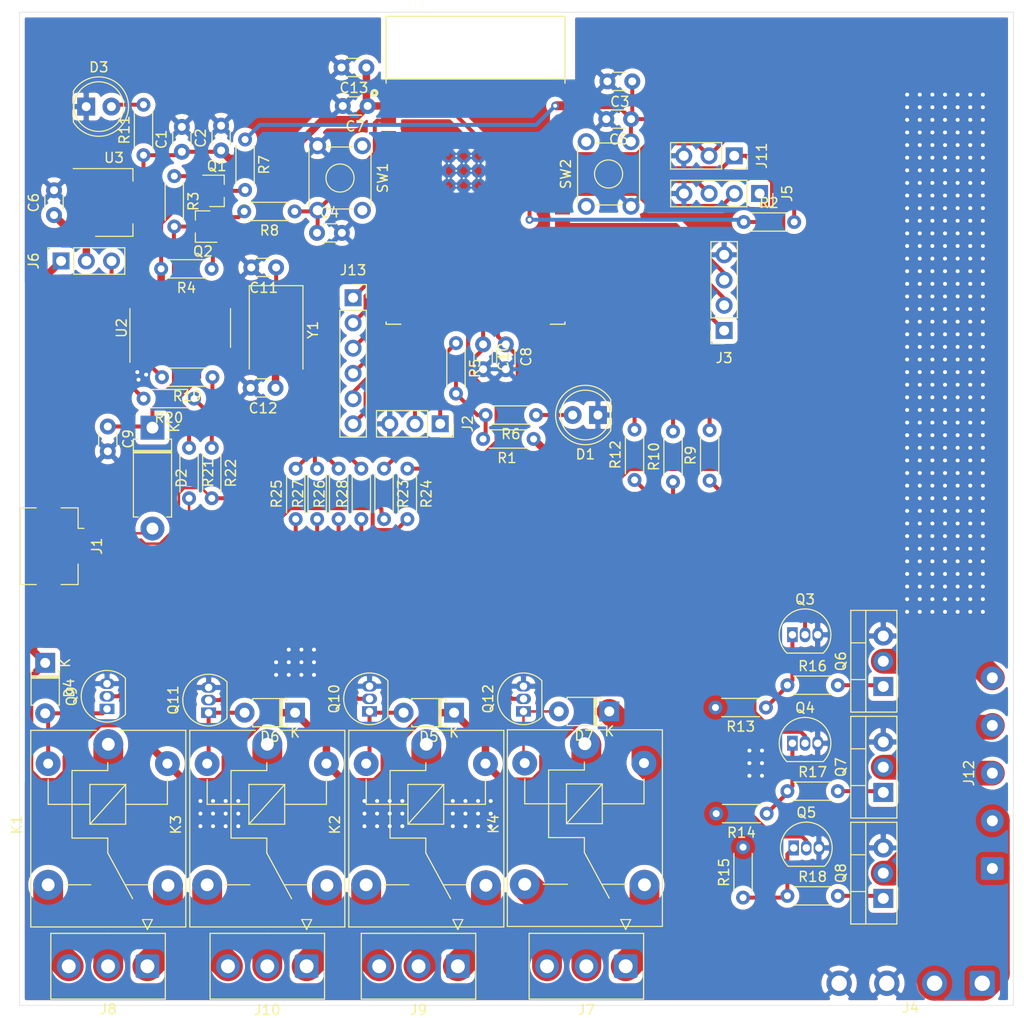
<source format=kicad_pcb>
(kicad_pcb (version 20171130) (host pcbnew "(5.1.8)-1")
  (layers (0 F.Cu signal) (31 B.Cu signal) (34 B.Paste user) (35 F.Paste user) (36 B.SilkS user) (37 F.SilkS user) (38 B.Mask user) (39 F.Mask user) (44 Edge.Cuts user))
  (net 0 "")
  (net 1 +12V)
  (net 2 GND)
  (net 3 +3V3)
  (net 4 CHIP_PU)
  (net 5 GPIO0)
  (net 6 GPIO20)
  (net 7 GPIO19)
  (net 8 "Net-(D1-Pad2)")
  (net 9 "Net-(D2-Pad2)")
  (net 10 "Net-(D3-Pad2)")
  (net 11 "Net-(J1-Pad3)")
  (net 12 "Net-(J1-Pad2)")
  (net 13 "Net-(Q1-Pad1)")
  (net 14 EN_Auto)
  (net 15 IO0_Auto)
  (net 16 "Net-(Q2-Pad1)")
  (net 17 GPIO18)
  (net 18 RXD0)
  (net 19 TXD0)
  (net 20 VCC)
  (net 21 +5V)
  (net 22 "Net-(C11-Pad1)")
  (net 23 "Net-(C12-Pad1)")
  (net 24 "Net-(D4-Pad2)")
  (net 25 "Net-(D5-Pad2)")
  (net 26 "Net-(D6-Pad2)")
  (net 27 "Net-(D7-Pad2)")
  (net 28 RXD1)
  (net 29 TXD1)
  (net 30 LED_B)
  (net 31 LED_R)
  (net 32 LED_G)
  (net 33 SDA)
  (net 34 SCL)
  (net 35 Rly4_1)
  (net 36 Rly4_2)
  (net 37 Rly4_3)
  (net 38 Rly3_3)
  (net 39 Rly3_2)
  (net 40 Rly2_1)
  (net 41 Rly2_2)
  (net 42 Rly1_3)
  (net 43 Rly1_2)
  (net 44 Rly1_1)
  (net 45 RTS)
  (net 46 DTR)
  (net 47 "Net-(Q3-Pad2)")
  (net 48 "Net-(Q3-Pad1)")
  (net 49 "Net-(Q4-Pad1)")
  (net 50 "Net-(Q4-Pad2)")
  (net 51 "Net-(Q5-Pad1)")
  (net 52 "Net-(Q5-Pad2)")
  (net 53 "Net-(Q6-Pad1)")
  (net 54 "Net-(Q7-Pad1)")
  (net 55 "Net-(Q8-Pad1)")
  (net 56 "Net-(Q9-Pad2)")
  (net 57 "Net-(Q10-Pad2)")
  (net 58 "Net-(Q11-Pad2)")
  (net 59 "Net-(Q12-Pad2)")
  (net 60 "Net-(R19-Pad2)")
  (net 61 "Net-(R20-Pad2)")
  (net 62 USB_DP)
  (net 63 USB_DN)
  (net 64 GPIO7)
  (net 65 GPIO9)
  (net 66 GPIO8)
  (net 67 GPIO10)
  (net 68 Rly2_3)
  (net 69 GPIO36)
  (net 70 GPIO35)
  (net 71 GPIO34)
  (net 72 Rly3_1)
  (net 73 GPIO6)
  (net 74 GPIO11)
  (net 75 GPIO12)
  (net 76 GPIO13)
  (net 77 GPIO39)
  (net 78 GPIO38)
  (net 79 GPIO37)
  (net 80 GPIO14)
  (net 81 GPIO15)
  (module Connector_PinSocket_2.54mm:PinSocket_1x03_P2.54mm_Vertical (layer F.Cu) (at 227.33 83.947 270)
    (fp_text reference J2 (at 0 -2.77 90) (layer F.SilkS))
    (fp_text value Conn_01x03_Female)
    (pad 1 thru_hole rect (at 0 0 270) (size 1.7 1.7) (drill 1) (layers *.Cu *.Mask) (net 28 RXD1))
    (pad 2 thru_hole oval (at 0 2.54 270) (size 1.7 1.7) (drill 1) (layers *.Cu *.Mask) (net 29 TXD1))
    (pad 3 thru_hole oval (at 0 5.08 270) (size 1.7 1.7) (drill 1) (layers *.Cu *.Mask) (net 2 GND))
  )
  (module Resistor_THT:R_Axial_DIN0204_L3.6mm_D1.6mm_P5.08mm_Horizontal (layer F.Cu) (at 221.6785 88.4555 270)
    (fp_text reference R23 (at 2.54 -1.92 90) (layer F.SilkS))
    (fp_text value 0)
    (pad 1 thru_hole circle (at 0 0 270) (size 1.4 1.4) (drill 0.7) (layers *.Cu *.Mask) (net 7 GPIO19))
    (pad 2 thru_hole oval (at 5.08 0 270) (size 1.4 1.4) (drill 0.7) (layers *.Cu *.Mask) (net 12 "Net-(J1-Pad2)"))
  )
  (module Package_TO_SOT_THT:TO-92_Inline (layer F.Cu) (at 193.802 112.649 90)
    (fp_text reference Q9 (at 1.27 -3.56 90) (layer F.SilkS))
    (fp_text value BC547)
    (pad 2 thru_hole oval (at 1.27 0 90) (size 1.05 1.5) (drill 0.75) (layers *.Cu *.Mask) (net 56 "Net-(Q9-Pad2)"))
    (pad 3 thru_hole oval (at 2.54 0 90) (size 1.05 1.5) (drill 0.75) (layers *.Cu *.Mask) (net 2 GND))
    (pad 1 thru_hole rect (at 0 0 90) (size 1.05 1.5) (drill 0.75) (layers *.Cu *.Mask) (net 24 "Net-(D4-Pad2)"))
  )
  (module Resistor_THT:R_Axial_DIN0204_L3.6mm_D1.6mm_P5.08mm_Horizontal (layer F.Cu) (at 212.7885 93.5355 90)
    (fp_text reference R25 (at 2.54 -1.92 90) (layer F.SilkS))
    (fp_text value 1K)
    (pad 2 thru_hole oval (at 5.08 0 90) (size 1.4 1.4) (drill 0.7) (layers *.Cu *.Mask) (net 73 GPIO6))
    (pad 1 thru_hole circle (at 0 0 90) (size 1.4 1.4) (drill 0.7) (layers *.Cu *.Mask) (net 56 "Net-(Q9-Pad2)"))
  )
  (module Resistor_THT:R_Axial_DIN0204_L3.6mm_D1.6mm_P5.08mm_Horizontal (layer F.Cu) (at 246.888 89.5985 90)
    (fp_text reference R12 (at 2.54 -1.92 90) (layer F.SilkS))
    (fp_text value 5K)
    (pad 1 thru_hole circle (at 0 0 90) (size 1.4 1.4) (drill 0.7) (layers *.Cu *.Mask) (net 52 "Net-(Q5-Pad2)"))
    (pad 2 thru_hole oval (at 5.08 0 90) (size 1.4 1.4) (drill 0.7) (layers *.Cu *.Mask) (net 71 GPIO34))
  )
  (module Resistor_THT:R_Axial_DIN0204_L3.6mm_D1.6mm_P5.08mm_Horizontal (layer F.Cu) (at 254.4445 89.662 90)
    (fp_text reference R9 (at 2.54 -1.92 90) (layer F.SilkS))
    (fp_text value 5K)
    (pad 2 thru_hole oval (at 5.08 0 90) (size 1.4 1.4) (drill 0.7) (layers *.Cu *.Mask) (net 69 GPIO36))
    (pad 1 thru_hole circle (at 0 0 90) (size 1.4 1.4) (drill 0.7) (layers *.Cu *.Mask) (net 47 "Net-(Q3-Pad2)"))
  )
  (module _speciallibraries:XCVR_ESP32-S2-WROOM (layer F.Cu) (at 230.886 58.42)
    (fp_text reference U1 (at -5.825 -16.535) (layer F.SilkS) (effects (font (thickness 0.015))))
    (fp_text value ESP32-S2-WROOM)
    (pad 43.1 smd rect (at -1.19 0.05) (size 1.1 1.1) (layers F.Cu F.Paste F.Mask) (net 2 GND))
    (pad 1 smd rect (at -8.75 -8) (size 1.5 0.9) (layers F.Cu F.Paste F.Mask) (net 2 GND))
    (pad 2 smd rect (at -8.75 -6.5) (size 1.5 0.9) (layers F.Cu F.Paste F.Mask) (net 3 +3V3))
    (pad 3 smd rect (at -8.75 -5) (size 1.5 0.9) (layers F.Cu F.Paste F.Mask) (net 5 GPIO0))
    (pad 4 smd rect (at -8.75 -3.5) (size 1.5 0.9) (layers F.Cu F.Paste F.Mask))
    (pad 5 smd rect (at -8.75 -2) (size 1.5 0.9) (layers F.Cu F.Paste F.Mask))
    (pad 6 smd rect (at -8.75 -0.5) (size 1.5 0.9) (layers F.Cu F.Paste F.Mask))
    (pad 7 smd rect (at -8.75 1) (size 1.5 0.9) (layers F.Cu F.Paste F.Mask))
    (pad 8 smd rect (at -8.75 2.5) (size 1.5 0.9) (layers F.Cu F.Paste F.Mask))
    (pad 9 smd rect (at -8.75 4) (size 1.5 0.9) (layers F.Cu F.Paste F.Mask) (net 73 GPIO6))
    (pad 10 smd rect (at -8.75 5.5) (size 1.5 0.9) (layers F.Cu F.Paste F.Mask) (net 64 GPIO7))
    (pad 11 smd rect (at -8.75 7) (size 1.5 0.9) (layers F.Cu F.Paste F.Mask) (net 66 GPIO8))
    (pad 12 smd rect (at -8.75 8.5) (size 1.5 0.9) (layers F.Cu F.Paste F.Mask) (net 65 GPIO9))
    (pad 13 smd rect (at -8.75 10) (size 1.5 0.9) (layers F.Cu F.Paste F.Mask) (net 67 GPIO10))
    (pad 14 smd rect (at -8.75 11.5) (size 1.5 0.9) (layers F.Cu F.Paste F.Mask) (net 74 GPIO11))
    (pad 15 smd rect (at -8.75 13) (size 1.5 0.9) (layers F.Cu F.Paste F.Mask) (net 75 GPIO12))
    (pad 16 smd rect (at -8.75 14.5) (size 1.5 0.9) (layers F.Cu F.Paste F.Mask) (net 76 GPIO13))
    (pad 42 smd rect (at 8.75 -8) (size 1.5 0.9) (layers F.Cu F.Paste F.Mask) (net 2 GND))
    (pad 41 smd rect (at 8.75 -6.5) (size 1.5 0.9) (layers F.Cu F.Paste F.Mask) (net 4 CHIP_PU))
    (pad 40 smd rect (at 8.75 -5) (size 1.5 0.9) (layers F.Cu F.Paste F.Mask))
    (pad 39 smd rect (at 8.75 -3.5) (size 1.5 0.9) (layers F.Cu F.Paste F.Mask))
    (pad 38 smd rect (at 8.75 -2) (size 1.5 0.9) (layers F.Cu F.Paste F.Mask) (net 18 RXD0))
    (pad 37 smd rect (at 8.75 -0.5) (size 1.5 0.9) (layers F.Cu F.Paste F.Mask) (net 19 TXD0))
    (pad 36 smd rect (at 8.75 1) (size 1.5 0.9) (layers F.Cu F.Paste F.Mask) (net 34 SCL))
    (pad 35 smd rect (at 8.75 2.5) (size 1.5 0.9) (layers F.Cu F.Paste F.Mask) (net 33 SDA))
    (pad 34 smd rect (at 8.75 4) (size 1.5 0.9) (layers F.Cu F.Paste F.Mask))
    (pad 33 smd rect (at 8.75 5.5) (size 1.5 0.9) (layers F.Cu F.Paste F.Mask) (net 77 GPIO39))
    (pad 32 smd rect (at 8.75 7) (size 1.5 0.9) (layers F.Cu F.Paste F.Mask) (net 78 GPIO38))
    (pad 31 smd rect (at 8.75 8.5) (size 1.5 0.9) (layers F.Cu F.Paste F.Mask) (net 79 GPIO37))
    (pad 30 smd rect (at 8.75 10) (size 1.5 0.9) (layers F.Cu F.Paste F.Mask) (net 69 GPIO36))
    (pad 29 smd rect (at 8.75 11.5) (size 1.5 0.9) (layers F.Cu F.Paste F.Mask) (net 70 GPIO35))
    (pad 28 smd rect (at 8.75 13) (size 1.5 0.9) (layers F.Cu F.Paste F.Mask) (net 71 GPIO34))
    (pad 27 smd rect (at 8.75 14.5) (size 1.5 0.9) (layers F.Cu F.Paste F.Mask))
    (pad 17 smd rect (at -6.75 15.25) (size 0.9 1.5) (layers F.Cu F.Paste F.Mask) (net 80 GPIO14))
    (pad 18 smd rect (at -5.25 15.25) (size 0.9 1.5) (layers F.Cu F.Paste F.Mask) (net 81 GPIO15))
    (pad 19 smd rect (at -3.75 15.25) (size 0.9 1.5) (layers F.Cu F.Paste F.Mask))
    (pad 20 smd rect (at -2.25 15.25) (size 0.9 1.5) (layers F.Cu F.Paste F.Mask) (net 29 TXD1))
    (pad 21 smd rect (at -0.75 15.25) (size 0.9 1.5) (layers F.Cu F.Paste F.Mask) (net 17 GPIO18))
    (pad 22 smd rect (at 0.75 15.25) (size 0.9 1.5) (layers F.Cu F.Paste F.Mask) (net 7 GPIO19))
    (pad 23 smd rect (at 2.25 15.25) (size 0.9 1.5) (layers F.Cu F.Paste F.Mask) (net 6 GPIO20))
    (pad 24 smd rect (at 3.75 15.25) (size 0.9 1.5) (layers F.Cu F.Paste F.Mask))
    (pad 25 smd rect (at 5.25 15.25) (size 0.9 1.5) (layers F.Cu F.Paste F.Mask))
    (pad 26 smd rect (at 6.75 15.25) (size 0.9 1.5) (layers F.Cu F.Paste F.Mask) (net 2 GND))
    (pad 43.2 smd rect (at -2.69 0.05) (size 1.1 1.1) (layers F.Cu F.Paste F.Mask) (net 2 GND))
    (pad 43.3 smd rect (at 0.31 0.05) (size 1.1 1.1) (layers F.Cu F.Paste F.Mask) (net 2 GND))
    (pad 43.4 smd rect (at -2.69 1.55) (size 1.1 1.1) (layers F.Cu F.Paste F.Mask) (net 2 GND))
    (pad 43.5 smd rect (at -1.19 1.55) (size 1.1 1.1) (layers F.Cu F.Paste F.Mask) (net 2 GND))
    (pad 43.6 smd rect (at 0.31 1.55) (size 1.1 1.1) (layers F.Cu F.Paste F.Mask) (net 2 GND))
    (pad 43.7 smd rect (at -2.69 -1.45) (size 1.1 1.1) (layers F.Cu F.Paste F.Mask) (net 2 GND))
    (pad 43.8 smd rect (at -1.19 -1.45) (size 1.1 1.1) (layers F.Cu F.Paste F.Mask) (net 2 GND))
    (pad 43.9 smd rect (at 0.31 -1.45) (size 1.1 1.1) (layers F.Cu F.Paste F.Mask) (net 2 GND))
    (pad 43.10 thru_hole circle (at -1.19 -0.7) (size 0.4 0.4) (drill 0.2) (layers *.Cu *.Mask) (net 2 GND))
    (pad 43.11 thru_hole circle (at -2.69 -0.7) (size 0.4 0.4) (drill 0.2) (layers *.Cu *.Mask) (net 2 GND))
    (pad 43.12 thru_hole circle (at 0.31 -0.7) (size 0.4 0.4) (drill 0.2) (layers *.Cu *.Mask) (net 2 GND))
    (pad 43.13 thru_hole circle (at -2.69 0.8) (size 0.4 0.4) (drill 0.2) (layers *.Cu *.Mask) (net 2 GND))
    (pad 43.14 thru_hole circle (at -1.19 0.8) (size 0.4 0.4) (drill 0.2) (layers *.Cu *.Mask) (net 2 GND))
    (pad 43.15 thru_hole circle (at 0.31 0.8) (size 0.4 0.4) (drill 0.2) (layers *.Cu *.Mask) (net 2 GND))
    (pad 43.16 thru_hole circle (at -1.94 -1.45) (size 0.4 0.4) (drill 0.2) (layers *.Cu *.Mask) (net 2 GND))
    (pad 43.17 thru_hole circle (at -0.44 -1.45) (size 0.4 0.4) (drill 0.2) (layers *.Cu *.Mask) (net 2 GND))
    (pad 43.18 thru_hole circle (at -1.94 0.05) (size 0.4 0.4) (drill 0.2) (layers *.Cu *.Mask) (net 2 GND))
    (pad 43.19 thru_hole circle (at -0.44 0.05) (size 0.4 0.4) (drill 0.2) (layers *.Cu *.Mask) (net 2 GND))
    (pad 43.20 thru_hole circle (at -1.94 1.55) (size 0.4 0.4) (drill 0.2) (layers *.Cu *.Mask) (net 2 GND))
    (pad 43.21 thru_hole circle (at -0.44 1.55) (size 0.4 0.4) (drill 0.2) (layers *.Cu *.Mask) (net 2 GND))
  )
  (module Connector_Wire:SolderWire-0.75sqmm_1x04_P4.8mm_D1.25mm_OD2.3mm (layer F.Cu) (at 281.8765 140.2715 180)
    (fp_text reference J4 (at 7.2 -2.47) (layer F.SilkS))
    (fp_text value Conn_01x04_Female)
    (pad 1 thru_hole roundrect (at 0 0 180) (size 2.55 2.55) (drill 1.55) (layers *.Cu *.Mask) (roundrect_rratio 0.09803882352941176) (net 1 +12V))
    (pad 2 thru_hole circle (at 4.8 0 180) (size 2.55 2.55) (drill 1.55) (layers *.Cu *.Mask) (net 1 +12V))
    (pad 3 thru_hole circle (at 9.6 0 180) (size 2.55 2.55) (drill 1.55) (layers *.Cu *.Mask) (net 2 GND))
    (pad 4 thru_hole circle (at 14.4 0 180) (size 2.55 2.55) (drill 1.55) (layers *.Cu *.Mask) (net 2 GND))
  )
  (module Capacitor_THT:C_Disc_D3.0mm_W1.6mm_P2.50mm (layer F.Cu) (at 201.3331 56.5531 90)
    (fp_text reference C1 (at 1.25 -2.05 90) (layer F.SilkS))
    (fp_text value 10uF/25V)
    (pad 2 thru_hole circle (at 2.5 0 90) (size 1.6 1.6) (drill 0.8) (layers *.Cu *.Mask) (net 2 GND))
    (pad 1 thru_hole circle (at 0 0 90) (size 1.6 1.6) (drill 0.8) (layers *.Cu *.Mask) (net 3 +3V3))
  )
  (module Capacitor_THT:C_Disc_D3.0mm_W1.6mm_P2.50mm (layer F.Cu) (at 205.2828 56.4261 90)
    (fp_text reference C2 (at 1.25 -2.05 90) (layer F.SilkS))
    (fp_text value 0.1uF/16V)
    (pad 1 thru_hole circle (at 0 0 90) (size 1.6 1.6) (drill 0.8) (layers *.Cu *.Mask) (net 3 +3V3))
    (pad 2 thru_hole circle (at 2.5 0 90) (size 1.6 1.6) (drill 0.8) (layers *.Cu *.Mask) (net 2 GND))
  )
  (module Capacitor_THT:C_Disc_D3.0mm_W1.6mm_P2.50mm (layer F.Cu) (at 246.6594 49.4665 180)
    (fp_text reference C3 (at 1.25 -2.05) (layer F.SilkS))
    (fp_text value 1uf/10V)
    (pad 2 thru_hole circle (at 2.5 0 180) (size 1.6 1.6) (drill 0.8) (layers *.Cu *.Mask) (net 2 GND))
    (pad 1 thru_hole circle (at 0 0 180) (size 1.6 1.6) (drill 0.8) (layers *.Cu *.Mask) (net 4 CHIP_PU))
  )
  (module Capacitor_THT:C_Disc_D3.0mm_W1.6mm_P2.50mm (layer F.Cu) (at 214.9348 64.7192)
    (fp_text reference C4 (at 1.25 -2.05) (layer F.SilkS))
    (fp_text value 0.1uF)
    (pad 2 thru_hole circle (at 2.5 0) (size 1.6 1.6) (drill 0.8) (layers *.Cu *.Mask) (net 2 GND))
    (pad 1 thru_hole circle (at 0 0) (size 1.6 1.6) (drill 0.8) (layers *.Cu *.Mask) (net 5 GPIO0))
  )
  (module Capacitor_THT:C_Disc_D3.0mm_W1.6mm_P2.50mm (layer F.Cu) (at 246.5451 53.2638 180)
    (fp_text reference C5 (at 1.25 -2.05) (layer F.SilkS))
    (fp_text value 0.1uF)
    (pad 1 thru_hole circle (at 0 0 180) (size 1.6 1.6) (drill 0.8) (layers *.Cu *.Mask) (net 4 CHIP_PU))
    (pad 2 thru_hole circle (at 2.5 0 180) (size 1.6 1.6) (drill 0.8) (layers *.Cu *.Mask) (net 2 GND))
  )
  (module Capacitor_THT:C_Disc_D3.0mm_W1.6mm_P2.50mm (layer F.Cu) (at 188.468 62.9285 90)
    (fp_text reference C6 (at 1.25 -2.05 90) (layer F.SilkS))
    (fp_text value 100nF)
    (pad 1 thru_hole circle (at 0 0 90) (size 1.6 1.6) (drill 0.8) (layers *.Cu *.Mask) (net 20 VCC))
    (pad 2 thru_hole circle (at 2.5 0 90) (size 1.6 1.6) (drill 0.8) (layers *.Cu *.Mask) (net 2 GND))
  )
  (module Capacitor_THT:C_Disc_D3.0mm_W1.6mm_P2.50mm (layer F.Cu) (at 220.0275 51.943 180)
    (fp_text reference C7 (at 1.25 -2.05) (layer F.SilkS))
    (fp_text value 22uF)
    (pad 1 thru_hole circle (at 0 0 180) (size 1.6 1.6) (drill 0.8) (layers *.Cu *.Mask) (net 3 +3V3))
    (pad 2 thru_hole circle (at 2.5 0 180) (size 1.6 1.6) (drill 0.8) (layers *.Cu *.Mask) (net 2 GND))
  )
  (module Capacitor_THT:C_Disc_D3.0mm_W1.6mm_P2.50mm (layer F.Cu) (at 233.934 75.946 270)
    (fp_text reference C8 (at 1.25 -2.05 90) (layer F.SilkS))
    (fp_text value 22pF)
    (pad 2 thru_hole circle (at 2.5 0 270) (size 1.6 1.6) (drill 0.8) (layers *.Cu *.Mask) (net 2 GND))
    (pad 1 thru_hole circle (at 0 0 270) (size 1.6 1.6) (drill 0.8) (layers *.Cu *.Mask) (net 6 GPIO20))
  )
  (module Capacitor_THT:C_Disc_D3.0mm_W1.6mm_P2.50mm (layer F.Cu) (at 193.8782 84.2137 270)
    (fp_text reference C9 (at 1.25 -2.05 90) (layer F.SilkS))
    (fp_text value 10uF)
    (pad 1 thru_hole circle (at 0 0 270) (size 1.6 1.6) (drill 0.8) (layers *.Cu *.Mask) (net 21 +5V))
    (pad 2 thru_hole circle (at 2.5 0 270) (size 1.6 1.6) (drill 0.8) (layers *.Cu *.Mask) (net 2 GND))
  )
  (module Capacitor_THT:C_Disc_D3.0mm_W1.6mm_P2.50mm (layer F.Cu) (at 231.648 75.946 270)
    (fp_text reference C10 (at 1.25 -2.05 90) (layer F.SilkS))
    (fp_text value 22pF)
    (pad 1 thru_hole circle (at 0 0 270) (size 1.6 1.6) (drill 0.8) (layers *.Cu *.Mask) (net 7 GPIO19))
    (pad 2 thru_hole circle (at 2.5 0 270) (size 1.6 1.6) (drill 0.8) (layers *.Cu *.Mask) (net 2 GND))
  )
  (module Capacitor_THT:C_Disc_D3.0mm_W1.6mm_P2.50mm (layer F.Cu) (at 210.82 68.199 180)
    (fp_text reference C11 (at 1.25 -2.05) (layer F.SilkS))
    (fp_text value 22pF)
    (pad 2 thru_hole circle (at 2.5 0 180) (size 1.6 1.6) (drill 0.8) (layers *.Cu *.Mask) (net 2 GND))
    (pad 1 thru_hole circle (at 0 0 180) (size 1.6 1.6) (drill 0.8) (layers *.Cu *.Mask) (net 22 "Net-(C11-Pad1)"))
  )
  (module Capacitor_THT:C_Disc_D3.0mm_W1.6mm_P2.50mm (layer F.Cu) (at 210.7565 80.3275 180)
    (fp_text reference C12 (at 1.25 -2.05) (layer F.SilkS))
    (fp_text value 22pF)
    (pad 1 thru_hole circle (at 0 0 180) (size 1.6 1.6) (drill 0.8) (layers *.Cu *.Mask) (net 23 "Net-(C12-Pad1)"))
    (pad 2 thru_hole circle (at 2.5 0 180) (size 1.6 1.6) (drill 0.8) (layers *.Cu *.Mask) (net 2 GND))
  )
  (module Capacitor_THT:C_Disc_D3.0mm_W1.6mm_P2.50mm (layer F.Cu) (at 219.9005 48.0695 180)
    (fp_text reference C13 (at 1.25 -2.05) (layer F.SilkS))
    (fp_text value 100nF)
    (pad 2 thru_hole circle (at 2.5 0 180) (size 1.6 1.6) (drill 0.8) (layers *.Cu *.Mask) (net 2 GND))
    (pad 1 thru_hole circle (at 0 0 180) (size 1.6 1.6) (drill 0.8) (layers *.Cu *.Mask) (net 3 +3V3))
  )
  (module LED_THT:LED_D5.0mm (layer F.Cu) (at 243.205 83.058 180)
    (fp_text reference D1 (at 1.27 -3.96) (layer F.SilkS))
    (fp_text value LED_GREEN)
    (pad 2 thru_hole circle (at 2.54 0 180) (size 1.8 1.8) (drill 0.9) (layers *.Cu *.Mask) (net 8 "Net-(D1-Pad2)"))
    (pad 1 thru_hole rect (at 0 0 180) (size 1.8 1.8) (drill 0.9) (layers *.Cu *.Mask) (net 2 GND))
  )
  (module Diode_THT:D_DO-15_P10.16mm_Horizontal (layer F.Cu) (at 198.374 84.328 270)
    (fp_text reference D2 (at 5.08 -2.92 90) (layer F.SilkS))
    (fp_text value 1N5819)
    (fp_text user K (at 0 -2.2 90) (layer F.SilkS))
    (pad 1 thru_hole rect (at 0 0 270) (size 2.4 2.4) (drill 1.2) (layers *.Cu *.Mask) (net 21 +5V))
    (pad 2 thru_hole oval (at 10.16 0 270) (size 2.4 2.4) (drill 1.2) (layers *.Cu *.Mask) (net 9 "Net-(D2-Pad2)"))
  )
  (module LED_THT:LED_D5.0mm (layer F.Cu) (at 191.7065 52.0065)
    (fp_text reference D3 (at 1.27 -3.96) (layer F.SilkS))
    (fp_text value RED_LED)
    (pad 1 thru_hole rect (at 0 0) (size 1.8 1.8) (drill 0.9) (layers *.Cu *.Mask) (net 2 GND))
    (pad 2 thru_hole circle (at 2.54 0) (size 1.8 1.8) (drill 0.9) (layers *.Cu *.Mask) (net 10 "Net-(D3-Pad2)"))
  )
  (module Diode_THT:D_T-1_P5.08mm_Horizontal (layer F.Cu) (at 187.579 108.0135 270)
    (fp_text reference D4 (at 2.54 -2.42 90) (layer F.SilkS))
    (fp_text value 1N4148)
    (fp_text user K (at 0 -2 90) (layer F.SilkS))
    (pad 1 thru_hole rect (at 0 0 270) (size 2 2) (drill 1) (layers *.Cu *.Mask) (net 1 +12V))
    (pad 2 thru_hole oval (at 5.08 0 270) (size 2 2) (drill 1) (layers *.Cu *.Mask) (net 24 "Net-(D4-Pad2)"))
  )
  (module Diode_THT:D_T-1_P5.08mm_Horizontal (layer F.Cu) (at 228.727 113.03 180)
    (fp_text reference D5 (at 2.54 -2.42) (layer F.SilkS))
    (fp_text value 1N4148)
    (fp_text user K (at 0 -2) (layer F.SilkS))
    (pad 2 thru_hole oval (at 5.08 0 180) (size 2 2) (drill 1) (layers *.Cu *.Mask) (net 25 "Net-(D5-Pad2)"))
    (pad 1 thru_hole rect (at 0 0 180) (size 2 2) (drill 1) (layers *.Cu *.Mask) (net 1 +12V))
  )
  (module Diode_THT:D_T-1_P5.08mm_Horizontal (layer F.Cu) (at 212.725 113.03 180)
    (fp_text reference D6 (at 2.54 -2.42) (layer F.SilkS))
    (fp_text value 1N4148)
    (fp_text user K (at 0 -2) (layer F.SilkS))
    (pad 1 thru_hole rect (at 0 0 180) (size 2 2) (drill 1) (layers *.Cu *.Mask) (net 1 +12V))
    (pad 2 thru_hole oval (at 5.08 0 180) (size 2 2) (drill 1) (layers *.Cu *.Mask) (net 26 "Net-(D6-Pad2)"))
  )
  (module Diode_THT:D_T-1_P5.08mm_Horizontal (layer F.Cu) (at 244.348 112.903 180)
    (fp_text reference D7 (at 2.54 -2.42) (layer F.SilkS))
    (fp_text value 1N4148)
    (fp_text user K (at 0 -2) (layer F.SilkS))
    (pad 2 thru_hole oval (at 5.08 0 180) (size 2 2) (drill 1) (layers *.Cu *.Mask) (net 27 "Net-(D7-Pad2)"))
    (pad 1 thru_hole rect (at 0 0 180) (size 2 2) (drill 1) (layers *.Cu *.Mask) (net 1 +12V))
  )
  (module Connector_USB:USB_Micro-B_Amphenol_10104110_Horizontal (layer F.Cu) (at 189.23 96.266 270)
    (fp_text reference J1 (at 0 -3.55 90) (layer F.SilkS))
    (fp_text value USB_B_Micro)
    (pad 6 smd rect (at 1.15 1.3 270) (size 1.8 1.9) (layers F.Cu F.Paste F.Mask) (net 2 GND))
    (pad 6 smd rect (at -1.15 1.3 270) (size 1.8 1.9) (layers F.Cu F.Paste F.Mask) (net 2 GND))
    (pad 6 smd rect (at 3.75 1.3 270) (size 2.3 1.9) (layers F.Cu F.Paste F.Mask) (net 2 GND))
    (pad 6 smd rect (at -3.75 1.3 270) (size 2.3 1.9) (layers F.Cu F.Paste F.Mask) (net 2 GND))
    (pad 5 smd rect (at 1.3 -1.55 270) (size 0.4 1.4) (layers F.Cu F.Paste F.Mask) (net 2 GND))
    (pad 4 smd rect (at 0.65 -1.55 270) (size 0.4 1.4) (layers F.Cu F.Paste F.Mask) (net 2 GND))
    (pad 3 smd rect (at 0 -1.55 270) (size 0.4 1.4) (layers F.Cu F.Paste F.Mask) (net 11 "Net-(J1-Pad3)"))
    (pad 2 smd rect (at -0.65 -1.55 270) (size 0.4 1.4) (layers F.Cu F.Paste F.Mask) (net 12 "Net-(J1-Pad2)"))
    (pad 1 smd rect (at -1.3 -1.55 270) (size 0.4 1.4) (layers F.Cu F.Paste F.Mask) (net 9 "Net-(D2-Pad2)"))
  )
  (module Connector_PinSocket_2.54mm:PinSocket_1x04_P2.54mm_Vertical (layer F.Cu) (at 259.4737 60.7568 270)
    (fp_text reference J5 (at 0 -2.77 90) (layer F.SilkS))
    (fp_text value Conn_01x04_Female)
    (pad 1 thru_hole rect (at 0 0 270) (size 1.7 1.7) (drill 1) (layers *.Cu *.Mask) (net 3 +3V3))
    (pad 2 thru_hole oval (at 0 2.54 270) (size 1.7 1.7) (drill 1) (layers *.Cu *.Mask) (net 33 SDA))
    (pad 3 thru_hole oval (at 0 5.08 270) (size 1.7 1.7) (drill 1) (layers *.Cu *.Mask) (net 34 SCL))
    (pad 4 thru_hole oval (at 0 7.62 270) (size 1.7 1.7) (drill 1) (layers *.Cu *.Mask) (net 2 GND))
  )
  (module Connector_PinSocket_2.54mm:PinSocket_1x03_P2.54mm_Vertical (layer F.Cu) (at 189.1792 67.5513 90)
    (fp_text reference J6 (at 0 -2.77 90) (layer F.SilkS))
    (fp_text value Conn_01x03_Male)
    (pad 1 thru_hole rect (at 0 0 90) (size 1.7 1.7) (drill 1) (layers *.Cu *.Mask) (net 1 +12V))
    (pad 2 thru_hole oval (at 0 2.54 90) (size 1.7 1.7) (drill 1) (layers *.Cu *.Mask) (net 20 VCC))
    (pad 3 thru_hole oval (at 0 5.08 90) (size 1.7 1.7) (drill 1) (layers *.Cu *.Mask) (net 21 +5V))
  )
  (module Connector_TE-Connectivity:TE_826576-3_1x03_P3.96mm_Vertical (layer F.Cu) (at 245.999 138.557 180)
    (fp_text reference J7 (at 3.96 -4.4) (layer F.SilkS))
    (fp_text value Conn_01x03_Female)
    (pad 1 thru_hole roundrect (at 0 0 180) (size 2.4 2.4) (drill 1.4) (layers *.Cu *.Mask) (roundrect_rratio 0.1041666666666667) (net 36 Rly4_2))
    (pad 2 thru_hole circle (at 3.96 0 180) (size 2.4 2.4) (drill 1.4) (layers *.Cu *.Mask) (net 35 Rly4_1))
    (pad 3 thru_hole circle (at 7.92 0 180) (size 2.4 2.4) (drill 1.4) (layers *.Cu *.Mask) (net 37 Rly4_3))
  )
  (module Connector_TE-Connectivity:TE_826576-3_1x03_P3.96mm_Vertical (layer F.Cu) (at 197.866 138.557 180)
    (fp_text reference J8 (at 3.937 -4.318) (layer F.SilkS))
    (fp_text value Conn_01x03_Female)
    (pad 3 thru_hole circle (at 7.92 0 180) (size 2.4 2.4) (drill 1.4) (layers *.Cu *.Mask) (net 38 Rly3_3))
    (pad 2 thru_hole circle (at 3.96 0 180) (size 2.4 2.4) (drill 1.4) (layers *.Cu *.Mask) (net 72 Rly3_1))
    (pad 1 thru_hole roundrect (at 0 0 180) (size 2.4 2.4) (drill 1.4) (layers *.Cu *.Mask) (roundrect_rratio 0.1041666666666667) (net 39 Rly3_2))
  )
  (module Connector_TE-Connectivity:TE_826576-3_1x03_P3.96mm_Vertical (layer F.Cu) (at 229.108 138.557 180)
    (fp_text reference J9 (at 3.96 -4.4) (layer F.SilkS))
    (fp_text value Conn_01x03_Female)
    (pad 1 thru_hole roundrect (at 0 0 180) (size 2.4 2.4) (drill 1.4) (layers *.Cu *.Mask) (roundrect_rratio 0.1041666666666667) (net 41 Rly2_2))
    (pad 2 thru_hole circle (at 3.96 0 180) (size 2.4 2.4) (drill 1.4) (layers *.Cu *.Mask) (net 40 Rly2_1))
    (pad 3 thru_hole circle (at 7.92 0 180) (size 2.4 2.4) (drill 1.4) (layers *.Cu *.Mask) (net 68 Rly2_3))
  )
  (module Connector_TE-Connectivity:TE_826576-3_1x03_P3.96mm_Vertical (layer F.Cu) (at 213.891 138.557 180)
    (fp_text reference J10 (at 3.96 -4.4) (layer F.SilkS))
    (fp_text value Conn_01x03_Female)
    (pad 3 thru_hole circle (at 7.92 0 180) (size 2.4 2.4) (drill 1.4) (layers *.Cu *.Mask) (net 42 Rly1_3))
    (pad 2 thru_hole circle (at 3.96 0 180) (size 2.4 2.4) (drill 1.4) (layers *.Cu *.Mask) (net 44 Rly1_1))
    (pad 1 thru_hole roundrect (at 0 0 180) (size 2.4 2.4) (drill 1.4) (layers *.Cu *.Mask) (roundrect_rratio 0.1041666666666667) (net 43 Rly1_2))
  )
  (module Relay_THT:Relay_SPDT_SANYOU_SRD_Series_Form_C (layer F.Cu) (at 193.929 116.205 270)
    (fp_text reference K1 (at 8.1 9.2 90) (layer F.SilkS))
    (fp_text value SANYOU_SRD_Form_C)
    (pad 2 thru_hole circle (at 1.95 6.05) (size 2.5 2.5) (drill 1) (layers *.Cu *.Mask) (net 24 "Net-(D4-Pad2)"))
    (pad 3 thru_hole circle (at 14.15 6.05) (size 3 3) (drill 1.3) (layers *.Cu *.Mask) (net 38 Rly3_3))
    (pad 4 thru_hole circle (at 14.2 -6) (size 3 3) (drill 1.3) (layers *.Cu *.Mask) (net 39 Rly3_2))
    (pad 5 thru_hole circle (at 1.95 -5.95) (size 2.5 2.5) (drill 1) (layers *.Cu *.Mask) (net 1 +12V))
    (pad 1 thru_hole circle (at 0 0) (size 3 3) (drill 1.3) (layers *.Cu *.Mask) (net 72 Rly3_1))
  )
  (module Relay_THT:Relay_SPDT_SANYOU_SRD_Series_Form_C (layer F.Cu) (at 225.933 116.205 270)
    (fp_text reference K2 (at 8.1 9.2 90) (layer F.SilkS))
    (fp_text value SANYOU_SRD_Form_C)
    (pad 2 thru_hole circle (at 1.95 6.05) (size 2.5 2.5) (drill 1) (layers *.Cu *.Mask) (net 25 "Net-(D5-Pad2)"))
    (pad 3 thru_hole circle (at 14.15 6.05) (size 3 3) (drill 1.3) (layers *.Cu *.Mask) (net 68 Rly2_3))
    (pad 4 thru_hole circle (at 14.2 -6) (size 3 3) (drill 1.3) (layers *.Cu *.Mask) (net 41 Rly2_2))
    (pad 5 thru_hole circle (at 1.95 -5.95) (size 2.5 2.5) (drill 1) (layers *.Cu *.Mask) (net 1 +12V))
    (pad 1 thru_hole circle (at 0 0) (size 3 3) (drill 1.3) (layers *.Cu *.Mask) (net 40 Rly2_1))
  )
  (module Relay_THT:Relay_SPDT_SANYOU_SRD_Series_Form_C (layer F.Cu) (at 209.931 116.205 270)
    (fp_text reference K3 (at 8.1 9.2 90) (layer F.SilkS))
    (fp_text value SANYOU_SRD_Form_C)
    (pad 1 thru_hole circle (at 0 0) (size 3 3) (drill 1.3) (layers *.Cu *.Mask) (net 44 Rly1_1))
    (pad 5 thru_hole circle (at 1.95 -5.95) (size 2.5 2.5) (drill 1) (layers *.Cu *.Mask) (net 1 +12V))
    (pad 4 thru_hole circle (at 14.2 -6) (size 3 3) (drill 1.3) (layers *.Cu *.Mask) (net 43 Rly1_2))
    (pad 3 thru_hole circle (at 14.15 6.05) (size 3 3) (drill 1.3) (layers *.Cu *.Mask) (net 42 Rly1_3))
    (pad 2 thru_hole circle (at 1.95 6.05) (size 2.5 2.5) (drill 1) (layers *.Cu *.Mask) (net 26 "Net-(D6-Pad2)"))
  )
  (module Relay_THT:Relay_SPDT_SANYOU_SRD_Series_Form_C (layer F.Cu) (at 241.889 116.152 270)
    (fp_text reference K4 (at 8.1 9.2 90) (layer F.SilkS))
    (fp_text value SANYOU_SRD_Form_C)
    (pad 1 thru_hole circle (at 0 0) (size 3 3) (drill 1.3) (layers *.Cu *.Mask) (net 35 Rly4_1))
    (pad 5 thru_hole circle (at 1.95 -5.95) (size 2.5 2.5) (drill 1) (layers *.Cu *.Mask) (net 1 +12V))
    (pad 4 thru_hole circle (at 14.2 -6) (size 3 3) (drill 1.3) (layers *.Cu *.Mask) (net 36 Rly4_2))
    (pad 3 thru_hole circle (at 14.15 6.05) (size 3 3) (drill 1.3) (layers *.Cu *.Mask) (net 37 Rly4_3))
    (pad 2 thru_hole circle (at 1.95 6.05) (size 2.5 2.5) (drill 1) (layers *.Cu *.Mask) (net 27 "Net-(D7-Pad2)"))
  )
  (module Package_TO_SOT_SMD:SOT-23 (layer F.Cu) (at 204.8383 60.4901)
    (fp_text reference Q1 (at 0 -2.5) (layer F.SilkS))
    (fp_text value BC817)
    (pad 1 smd rect (at -1 -0.95) (size 0.9 0.8) (layers F.Cu F.Paste F.Mask) (net 13 "Net-(Q1-Pad1)"))
    (pad 2 smd rect (at -1 0.95) (size 0.9 0.8) (layers F.Cu F.Paste F.Mask) (net 45 RTS))
    (pad 3 smd rect (at 1 0) (size 0.9 0.8) (layers F.Cu F.Paste F.Mask) (net 14 EN_Auto))
  )
  (module Package_TO_SOT_SMD:SOT-23 (layer F.Cu) (at 203.454 64.0842 180)
    (fp_text reference Q2 (at 0 -2.5) (layer F.SilkS))
    (fp_text value BC817)
    (pad 3 smd rect (at 1 0 180) (size 0.9 0.8) (layers F.Cu F.Paste F.Mask) (net 46 DTR))
    (pad 2 smd rect (at -1 0.95 180) (size 0.9 0.8) (layers F.Cu F.Paste F.Mask) (net 15 IO0_Auto))
    (pad 1 smd rect (at -1 -0.95 180) (size 0.9 0.8) (layers F.Cu F.Paste F.Mask) (net 16 "Net-(Q2-Pad1)"))
  )
  (module Package_TO_SOT_THT:TO-92_Inline (layer F.Cu) (at 262.7757 105.1814)
    (fp_text reference Q3 (at 1.27 -3.56) (layer F.SilkS))
    (fp_text value BC547)
    (pad 2 thru_hole oval (at 1.27 0) (size 1.05 1.5) (drill 0.75) (layers *.Cu *.Mask) (net 47 "Net-(Q3-Pad2)"))
    (pad 3 thru_hole oval (at 2.54 0) (size 1.05 1.5) (drill 0.75) (layers *.Cu *.Mask) (net 2 GND))
    (pad 1 thru_hole rect (at 0 0) (size 1.05 1.5) (drill 0.75) (layers *.Cu *.Mask) (net 48 "Net-(Q3-Pad1)"))
  )
  (module Package_TO_SOT_THT:TO-92_Inline (layer F.Cu) (at 262.7757 116.1034)
    (fp_text reference Q4 (at 1.27 -3.56) (layer F.SilkS))
    (fp_text value BC547)
    (pad 1 thru_hole rect (at 0 0) (size 1.05 1.5) (drill 0.75) (layers *.Cu *.Mask) (net 49 "Net-(Q4-Pad1)"))
    (pad 3 thru_hole oval (at 2.54 0) (size 1.05 1.5) (drill 0.75) (layers *.Cu *.Mask) (net 2 GND))
    (pad 2 thru_hole oval (at 1.27 0) (size 1.05 1.5) (drill 0.75) (layers *.Cu *.Mask) (net 50 "Net-(Q4-Pad2)"))
  )
  (module Package_TO_SOT_THT:TO-92_Inline (layer F.Cu) (at 262.9027 126.6444)
    (fp_text reference Q5 (at 1.27 -3.56) (layer F.SilkS))
    (fp_text value BC547)
    (pad 1 thru_hole rect (at 0 0) (size 1.05 1.5) (drill 0.75) (layers *.Cu *.Mask) (net 51 "Net-(Q5-Pad1)"))
    (pad 3 thru_hole oval (at 2.54 0) (size 1.05 1.5) (drill 0.75) (layers *.Cu *.Mask) (net 2 GND))
    (pad 2 thru_hole oval (at 1.27 0) (size 1.05 1.5) (drill 0.75) (layers *.Cu *.Mask) (net 52 "Net-(Q5-Pad2)"))
  )
  (module Package_TO_SOT_THT:TO-220-3_Vertical (layer F.Cu) (at 271.9197 110.3884 90)
    (fp_text reference Q6 (at 2.54 -4.27 90) (layer F.SilkS))
    (fp_text value IRLZ44N)
    (pad 3 thru_hole oval (at 5.08 0 90) (size 1.905 2) (drill 1.1) (layers *.Cu *.Mask) (net 2 GND))
    (pad 2 thru_hole oval (at 2.54 0 90) (size 1.905 2) (drill 1.1) (layers *.Cu *.Mask) (net 30 LED_B))
    (pad 1 thru_hole rect (at 0 0 90) (size 1.905 2) (drill 1.1) (layers *.Cu *.Mask) (net 53 "Net-(Q6-Pad1)"))
  )
  (module Package_TO_SOT_THT:TO-220-3_Vertical (layer F.Cu) (at 271.9197 121.0564 90)
    (fp_text reference Q7 (at 2.54 -4.27 90) (layer F.SilkS))
    (fp_text value IRLZ44N)
    (pad 1 thru_hole rect (at 0 0 90) (size 1.905 2) (drill 1.1) (layers *.Cu *.Mask) (net 54 "Net-(Q7-Pad1)"))
    (pad 2 thru_hole oval (at 2.54 0 90) (size 1.905 2) (drill 1.1) (layers *.Cu *.Mask) (net 31 LED_R))
    (pad 3 thru_hole oval (at 5.08 0 90) (size 1.905 2) (drill 1.1) (layers *.Cu *.Mask) (net 2 GND))
  )
  (module Package_TO_SOT_THT:TO-220-3_Vertical (layer F.Cu) (at 271.9197 131.7244 90)
    (fp_text reference Q8 (at 2.54 -4.27 90) (layer F.SilkS))
    (fp_text value IRLZ44N)
    (pad 1 thru_hole rect (at 0 0 90) (size 1.905 2) (drill 1.1) (layers *.Cu *.Mask) (net 55 "Net-(Q8-Pad1)"))
    (pad 2 thru_hole oval (at 2.54 0 90) (size 1.905 2) (drill 1.1) (layers *.Cu *.Mask) (net 32 LED_G))
    (pad 3 thru_hole oval (at 5.08 0 90) (size 1.905 2) (drill 1.1) (layers *.Cu *.Mask) (net 2 GND))
  )
  (module Package_TO_SOT_THT:TO-92_Inline (layer F.Cu) (at 220.218 112.903 90)
    (fp_text reference Q10 (at 1.27 -3.56 90) (layer F.SilkS))
    (fp_text value BC547)
    (pad 2 thru_hole oval (at 1.27 0 90) (size 1.05 1.5) (drill 0.75) (layers *.Cu *.Mask) (net 57 "Net-(Q10-Pad2)"))
    (pad 3 thru_hole oval (at 2.54 0 90) (size 1.05 1.5) (drill 0.75) (layers *.Cu *.Mask) (net 2 GND))
    (pad 1 thru_hole rect (at 0 0 90) (size 1.05 1.5) (drill 0.75) (layers *.Cu *.Mask) (net 25 "Net-(D5-Pad2)"))
  )
  (module Package_TO_SOT_THT:TO-92_Inline (layer F.Cu) (at 204.0255 113.03 90)
    (fp_text reference Q11 (at 1.27 -3.56 90) (layer F.SilkS))
    (fp_text value BC547)
    (pad 2 thru_hole oval (at 1.27 0 90) (size 1.05 1.5) (drill 0.75) (layers *.Cu *.Mask) (net 58 "Net-(Q11-Pad2)"))
    (pad 3 thru_hole oval (at 2.54 0 90) (size 1.05 1.5) (drill 0.75) (layers *.Cu *.Mask) (net 2 GND))
    (pad 1 thru_hole rect (at 0 0 90) (size 1.05 1.5) (drill 0.75) (layers *.Cu *.Mask) (net 26 "Net-(D6-Pad2)"))
  )
  (module Package_TO_SOT_THT:TO-92_Inline (layer F.Cu) (at 235.712 112.903 90)
    (fp_text reference Q12 (at 1.27 -3.56 90) (layer F.SilkS))
    (fp_text value BC547)
    (pad 1 thru_hole rect (at 0 0 90) (size 1.05 1.5) (drill 0.75) (layers *.Cu *.Mask) (net 27 "Net-(D7-Pad2)"))
    (pad 3 thru_hole oval (at 2.54 0 90) (size 1.05 1.5) (drill 0.75) (layers *.Cu *.Mask) (net 2 GND))
    (pad 2 thru_hole oval (at 1.27 0 90) (size 1.05 1.5) (drill 0.75) (layers *.Cu *.Mask) (net 59 "Net-(Q12-Pad2)"))
  )
  (module Resistor_THT:R_Axial_DIN0204_L3.6mm_D1.6mm_P5.08mm_Horizontal (layer F.Cu) (at 231.648 85.471)
    (fp_text reference R1 (at 2.4003 1.9177) (layer F.SilkS))
    (fp_text value 10K)
    (pad 2 thru_hole oval (at 5.08 0) (size 1.4 1.4) (drill 0.7) (layers *.Cu *.Mask) (net 3 +3V3))
    (pad 1 thru_hole circle (at 0 0) (size 1.4 1.4) (drill 0.7) (layers *.Cu *.Mask) (net 17 GPIO18))
  )
  (module Resistor_THT:R_Axial_DIN0204_L3.6mm_D1.6mm_P5.08mm_Horizontal (layer F.Cu) (at 257.8735 63.627)
    (fp_text reference R2 (at 2.54 -1.92) (layer F.SilkS))
    (fp_text value 10K)
    (pad 1 thru_hole circle (at 0 0) (size 1.4 1.4) (drill 0.7) (layers *.Cu *.Mask) (net 3 +3V3))
    (pad 2 thru_hole oval (at 5.08 0) (size 1.4 1.4) (drill 0.7) (layers *.Cu *.Mask) (net 4 CHIP_PU))
  )
  (module Resistor_THT:R_Axial_DIN0204_L3.6mm_D1.6mm_P5.08mm_Horizontal (layer F.Cu) (at 200.5711 59.0042 270)
    (fp_text reference R3 (at 2.54 -1.92 90) (layer F.SilkS))
    (fp_text value 10K)
    (pad 1 thru_hole circle (at 0 0 270) (size 1.4 1.4) (drill 0.7) (layers *.Cu *.Mask) (net 13 "Net-(Q1-Pad1)"))
    (pad 2 thru_hole oval (at 5.08 0 270) (size 1.4 1.4) (drill 0.7) (layers *.Cu *.Mask) (net 46 DTR))
  )
  (module Resistor_THT:R_Axial_DIN0204_L3.6mm_D1.6mm_P5.08mm_Horizontal (layer F.Cu) (at 204.3303 68.3387 180)
    (fp_text reference R4 (at 2.54 -1.92) (layer F.SilkS))
    (fp_text value 10K)
    (pad 2 thru_hole oval (at 5.08 0 180) (size 1.4 1.4) (drill 0.7) (layers *.Cu *.Mask) (net 45 RTS))
    (pad 1 thru_hole circle (at 0 0 180) (size 1.4 1.4) (drill 0.7) (layers *.Cu *.Mask) (net 16 "Net-(Q2-Pad1)"))
  )
  (module Resistor_THT:R_Axial_DIN0204_L3.6mm_D1.6mm_P5.08mm_Horizontal (layer F.Cu) (at 228.9175 75.819 270)
    (fp_text reference R5 (at 2.54 -1.92 90) (layer F.SilkS))
    (fp_text value 0)
    (pad 2 thru_hole oval (at 5.08 0 270) (size 1.4 1.4) (drill 0.7) (layers *.Cu *.Mask) (net 17 GPIO18))
    (pad 1 thru_hole circle (at 0 0 270) (size 1.4 1.4) (drill 0.7) (layers *.Cu *.Mask) (net 28 RXD1))
  )
  (module Resistor_THT:R_Axial_DIN0204_L3.6mm_D1.6mm_P5.08mm_Horizontal (layer F.Cu) (at 236.982 83.058 180)
    (fp_text reference R6 (at 2.54 -1.92) (layer F.SilkS))
    (fp_text value 0)
    (pad 2 thru_hole oval (at 5.08 0 180) (size 1.4 1.4) (drill 0.7) (layers *.Cu *.Mask) (net 17 GPIO18))
    (pad 1 thru_hole circle (at 0 0 180) (size 1.4 1.4) (drill 0.7) (layers *.Cu *.Mask) (net 8 "Net-(D1-Pad2)"))
  )
  (module Resistor_THT:R_Axial_DIN0204_L3.6mm_D1.6mm_P5.08mm_Horizontal (layer F.Cu) (at 207.6958 55.3212 270)
    (fp_text reference R7 (at 2.54 -1.92 90) (layer F.SilkS))
    (fp_text value 0R)
    (pad 2 thru_hole oval (at 5.08 0 270) (size 1.4 1.4) (drill 0.7) (layers *.Cu *.Mask) (net 14 EN_Auto))
    (pad 1 thru_hole circle (at 0 0 270) (size 1.4 1.4) (drill 0.7) (layers *.Cu *.Mask) (net 4 CHIP_PU))
  )
  (module Resistor_THT:R_Axial_DIN0204_L3.6mm_D1.6mm_P5.08mm_Horizontal (layer F.Cu) (at 212.6869 62.5602 180)
    (fp_text reference R8 (at 2.54 -1.92) (layer F.SilkS))
    (fp_text value 0R)
    (pad 1 thru_hole circle (at 0 0 180) (size 1.4 1.4) (drill 0.7) (layers *.Cu *.Mask) (net 5 GPIO0))
    (pad 2 thru_hole oval (at 5.08 0 180) (size 1.4 1.4) (drill 0.7) (layers *.Cu *.Mask) (net 15 IO0_Auto))
  )
  (module Resistor_THT:R_Axial_DIN0204_L3.6mm_D1.6mm_P5.08mm_Horizontal (layer F.Cu) (at 250.7615 89.789 90)
    (fp_text reference R10 (at 2.54 -1.92 90) (layer F.SilkS))
    (fp_text value 5K)
    (pad 2 thru_hole oval (at 5.08 0 90) (size 1.4 1.4) (drill 0.7) (layers *.Cu *.Mask) (net 70 GPIO35))
    (pad 1 thru_hole circle (at 0 0 90) (size 1.4 1.4) (drill 0.7) (layers *.Cu *.Mask) (net 50 "Net-(Q4-Pad2)"))
  )
  (module Resistor_THT:R_Axial_DIN0204_L3.6mm_D1.6mm_P5.08mm_Horizontal (layer F.Cu) (at 197.4723 56.896 90)
    (fp_text reference R11 (at 2.54 -1.92 90) (layer F.SilkS))
    (fp_text value 5.1K)
    (pad 1 thru_hole circle (at 0 0 90) (size 1.4 1.4) (drill 0.7) (layers *.Cu *.Mask) (net 3 +3V3))
    (pad 2 thru_hole oval (at 5.08 0 90) (size 1.4 1.4) (drill 0.7) (layers *.Cu *.Mask) (net 10 "Net-(D3-Pad2)"))
  )
  (module Resistor_THT:R_Axial_DIN0204_L3.6mm_D1.6mm_P5.08mm_Horizontal (layer F.Cu) (at 260.1087 112.5093 180)
    (fp_text reference R13 (at 2.54 -1.92) (layer F.SilkS))
    (fp_text value 1K)
    (pad 2 thru_hole oval (at 5.08 0 180) (size 1.4 1.4) (drill 0.7) (layers *.Cu *.Mask) (net 1 +12V))
    (pad 1 thru_hole circle (at 0 0 180) (size 1.4 1.4) (drill 0.7) (layers *.Cu *.Mask) (net 48 "Net-(Q3-Pad1)"))
  )
  (module Resistor_THT:R_Axial_DIN0204_L3.6mm_D1.6mm_P5.08mm_Horizontal (layer F.Cu) (at 260.1849 123.19 180)
    (fp_text reference R14 (at 2.54 -1.92) (layer F.SilkS))
    (fp_text value 1K)
    (pad 1 thru_hole circle (at 0 0 180) (size 1.4 1.4) (drill 0.7) (layers *.Cu *.Mask) (net 49 "Net-(Q4-Pad1)"))
    (pad 2 thru_hole oval (at 5.08 0 180) (size 1.4 1.4) (drill 0.7) (layers *.Cu *.Mask) (net 1 +12V))
  )
  (module Resistor_THT:R_Axial_DIN0204_L3.6mm_D1.6mm_P5.08mm_Horizontal (layer F.Cu) (at 257.81 131.6482 90)
    (fp_text reference R15 (at 2.54 -1.92 90) (layer F.SilkS))
    (fp_text value 1K)
    (pad 2 thru_hole oval (at 5.08 0 90) (size 1.4 1.4) (drill 0.7) (layers *.Cu *.Mask) (net 1 +12V))
    (pad 1 thru_hole circle (at 0 0 90) (size 1.4 1.4) (drill 0.7) (layers *.Cu *.Mask) (net 51 "Net-(Q5-Pad1)"))
  )
  (module Resistor_THT:R_Axial_DIN0204_L3.6mm_D1.6mm_P5.08mm_Horizontal (layer F.Cu) (at 262.2677 110.2614)
    (fp_text reference R16 (at 2.54 -1.92) (layer F.SilkS))
    (fp_text value 200R)
    (pad 1 thru_hole circle (at 0 0) (size 1.4 1.4) (drill 0.7) (layers *.Cu *.Mask) (net 48 "Net-(Q3-Pad1)"))
    (pad 2 thru_hole oval (at 5.08 0) (size 1.4 1.4) (drill 0.7) (layers *.Cu *.Mask) (net 53 "Net-(Q6-Pad1)"))
  )
  (module Resistor_THT:R_Axial_DIN0204_L3.6mm_D1.6mm_P5.08mm_Horizontal (layer F.Cu) (at 262.2677 120.9294)
    (fp_text reference R17 (at 2.54 -1.92) (layer F.SilkS))
    (fp_text value 200R)
    (pad 2 thru_hole oval (at 5.08 0) (size 1.4 1.4) (drill 0.7) (layers *.Cu *.Mask) (net 54 "Net-(Q7-Pad1)"))
    (pad 1 thru_hole circle (at 0 0) (size 1.4 1.4) (drill 0.7) (layers *.Cu *.Mask) (net 49 "Net-(Q4-Pad1)"))
  )
  (module Resistor_THT:R_Axial_DIN0204_L3.6mm_D1.6mm_P5.08mm_Horizontal (layer F.Cu) (at 262.2677 131.4704)
    (fp_text reference R18 (at 2.54 -1.92) (layer F.SilkS))
    (fp_text value 200R)
    (pad 1 thru_hole circle (at 0 0) (size 1.4 1.4) (drill 0.7) (layers *.Cu *.Mask) (net 51 "Net-(Q5-Pad1)"))
    (pad 2 thru_hole oval (at 5.08 0) (size 1.4 1.4) (drill 0.7) (layers *.Cu *.Mask) (net 55 "Net-(Q8-Pad1)"))
  )
  (module Resistor_THT:R_Axial_DIN0204_L3.6mm_D1.6mm_P5.08mm_Horizontal (layer F.Cu) (at 204.4065 79.248 180)
    (fp_text reference R19 (at 2.54 -1.92) (layer F.SilkS))
    (fp_text value 0)
    (pad 1 thru_hole circle (at 0 0 180) (size 1.4 1.4) (drill 0.7) (layers *.Cu *.Mask) (net 19 TXD0))
    (pad 2 thru_hole oval (at 5.08 0 180) (size 1.4 1.4) (drill 0.7) (layers *.Cu *.Mask) (net 60 "Net-(R19-Pad2)"))
  )
  (module Resistor_THT:R_Axial_DIN0204_L3.6mm_D1.6mm_P5.08mm_Horizontal (layer F.Cu) (at 202.565 81.407 180)
    (fp_text reference R20 (at 2.54 -1.92) (layer F.SilkS))
    (fp_text value 0)
    (pad 1 thru_hole circle (at 0 0 180) (size 1.4 1.4) (drill 0.7) (layers *.Cu *.Mask) (net 18 RXD0))
    (pad 2 thru_hole oval (at 5.08 0 180) (size 1.4 1.4) (drill 0.7) (layers *.Cu *.Mask) (net 61 "Net-(R20-Pad2)"))
  )
  (module Resistor_THT:R_Axial_DIN0204_L3.6mm_D1.6mm_P5.08mm_Horizontal (layer F.Cu) (at 202.057 86.36 270)
    (fp_text reference R21 (at 2.54 -1.92 90) (layer F.SilkS))
    (fp_text value 0)
    (pad 1 thru_hole circle (at 0 0 270) (size 1.4 1.4) (drill 0.7) (layers *.Cu *.Mask) (net 62 USB_DP))
    (pad 2 thru_hole oval (at 5.08 0 270) (size 1.4 1.4) (drill 0.7) (layers *.Cu *.Mask) (net 11 "Net-(J1-Pad3)"))
  )
  (module Resistor_THT:R_Axial_DIN0204_L3.6mm_D1.6mm_P5.08mm_Horizontal (layer F.Cu) (at 204.343 86.36 270)
    (fp_text reference R22 (at 2.54 -1.92 90) (layer F.SilkS))
    (fp_text value 0)
    (pad 2 thru_hole oval (at 5.08 0 270) (size 1.4 1.4) (drill 0.7) (layers *.Cu *.Mask) (net 12 "Net-(J1-Pad2)"))
    (pad 1 thru_hole circle (at 0 0 270) (size 1.4 1.4) (drill 0.7) (layers *.Cu *.Mask) (net 63 USB_DN))
  )
  (module Resistor_THT:R_Axial_DIN0204_L3.6mm_D1.6mm_P5.08mm_Horizontal (layer F.Cu) (at 224.028 88.4555 270)
    (fp_text reference R24 (at 2.54 -1.92 90) (layer F.SilkS))
    (fp_text value 0)
    (pad 2 thru_hole oval (at 5.08 0 270) (size 1.4 1.4) (drill 0.7) (layers *.Cu *.Mask) (net 11 "Net-(J1-Pad3)"))
    (pad 1 thru_hole circle (at 0 0 270) (size 1.4 1.4) (drill 0.7) (layers *.Cu *.Mask) (net 6 GPIO20))
  )
  (module Resistor_THT:R_Axial_DIN0204_L3.6mm_D1.6mm_P5.08mm_Horizontal (layer F.Cu) (at 217.1065 93.5355 90)
    (fp_text reference R26 (at 2.54 -1.92 90) (layer F.SilkS))
    (fp_text value 1K)
    (pad 1 thru_hole circle (at 0 0 90) (size 1.4 1.4) (drill 0.7) (layers *.Cu *.Mask) (net 57 "Net-(Q10-Pad2)"))
    (pad 2 thru_hole oval (at 5.08 0 90) (size 1.4 1.4) (drill 0.7) (layers *.Cu *.Mask) (net 66 GPIO8))
  )
  (module Resistor_THT:R_Axial_DIN0204_L3.6mm_D1.6mm_P5.08mm_Horizontal (layer F.Cu) (at 214.9475 93.5355 90)
    (fp_text reference R27 (at 2.54 -1.92 90) (layer F.SilkS))
    (fp_text value 1K)
    (pad 2 thru_hole oval (at 5.08 0 90) (size 1.4 1.4) (drill 0.7) (layers *.Cu *.Mask) (net 64 GPIO7))
    (pad 1 thru_hole circle (at 0 0 90) (size 1.4 1.4) (drill 0.7) (layers *.Cu *.Mask) (net 58 "Net-(Q11-Pad2)"))
  )
  (module Resistor_THT:R_Axial_DIN0204_L3.6mm_D1.6mm_P5.08mm_Horizontal (layer F.Cu) (at 219.3925 93.5355 90)
    (fp_text reference R28 (at 2.54 -1.92 90) (layer F.SilkS))
    (fp_text value 1K)
    (pad 1 thru_hole circle (at 0 0 90) (size 1.4 1.4) (drill 0.7) (layers *.Cu *.Mask) (net 59 "Net-(Q12-Pad2)"))
    (pad 2 thru_hole oval (at 5.08 0 90) (size 1.4 1.4) (drill 0.7) (layers *.Cu *.Mask) (net 65 GPIO9))
  )
  (module Button_Switch_THT:SW_TH_Tactile_Omron_B3F-10xx (layer F.Cu) (at 219.4983 55.9459 270)
    (fp_text reference SW1 (at 3.25 -2.05 90) (layer F.SilkS))
    (fp_text value SW_Push_Open_Dual)
    (pad 4 thru_hole circle (at 6.5 4.5 270) (size 1.7 1.7) (drill 1) (layers *.Cu *.Mask) (net 5 GPIO0))
    (pad 3 thru_hole circle (at 0 4.5 270) (size 1.7 1.7) (drill 1) (layers *.Cu *.Mask) (net 2 GND))
    (pad 2 thru_hole circle (at 6.5 0 270) (size 1.7 1.7) (drill 1) (layers *.Cu *.Mask))
    (pad 1 thru_hole circle (at 0 0 270) (size 1.7 1.7) (drill 1) (layers *.Cu *.Mask))
  )
  (module Button_Switch_THT:SW_TH_Tactile_Omron_B3F-10xx (layer F.Cu) (at 242.0239 62.0395 90)
    (fp_text reference SW2 (at 3.25 -2.05 90) (layer F.SilkS))
    (fp_text value SW_Push_Open_Dual)
    (pad 1 thru_hole circle (at 0 0 90) (size 1.7 1.7) (drill 1) (layers *.Cu *.Mask))
    (pad 2 thru_hole circle (at 6.5 0 90) (size 1.7 1.7) (drill 1) (layers *.Cu *.Mask))
    (pad 3 thru_hole circle (at 0 4.5 90) (size 1.7 1.7) (drill 1) (layers *.Cu *.Mask) (net 2 GND))
    (pad 4 thru_hole circle (at 6.5 4.5 90) (size 1.7 1.7) (drill 1) (layers *.Cu *.Mask) (net 4 CHIP_PU))
  )
  (module Package_SO:SOIC-16_3.9x9.9mm_P1.27mm (layer F.Cu) (at 201.168 74.295 90)
    (fp_text reference U2 (at 0 -5.9 90) (layer F.SilkS))
    (fp_text value CH340G)
    (pad 1 smd roundrect (at -2.475 -4.445 90) (size 1.95 0.6) (layers F.Cu F.Paste F.Mask) (net 2 GND))
    (pad 2 smd roundrect (at -2.475 -3.175 90) (size 1.95 0.6) (layers F.Cu F.Paste F.Mask) (net 60 "Net-(R19-Pad2)"))
    (pad 3 smd roundrect (at -2.475 -1.905 90) (size 1.95 0.6) (layers F.Cu F.Paste F.Mask) (net 61 "Net-(R20-Pad2)"))
    (pad 4 smd roundrect (at -2.475 -0.635 90) (size 1.95 0.6) (layers F.Cu F.Paste F.Mask) (net 21 +5V))
    (pad 5 smd roundrect (at -2.475 0.635 90) (size 1.95 0.6) (layers F.Cu F.Paste F.Mask) (net 62 USB_DP))
    (pad 6 smd roundrect (at -2.475 1.905 90) (size 1.95 0.6) (layers F.Cu F.Paste F.Mask) (net 63 USB_DN))
    (pad 7 smd roundrect (at -2.475 3.175 90) (size 1.95 0.6) (layers F.Cu F.Paste F.Mask) (net 22 "Net-(C11-Pad1)"))
    (pad 8 smd roundrect (at -2.475 4.445 90) (size 1.95 0.6) (layers F.Cu F.Paste F.Mask) (net 23 "Net-(C12-Pad1)"))
    (pad 9 smd roundrect (at 2.475 4.445 90) (size 1.95 0.6) (layers F.Cu F.Paste F.Mask))
    (pad 10 smd roundrect (at 2.475 3.175 90) (size 1.95 0.6) (layers F.Cu F.Paste F.Mask))
    (pad 11 smd roundrect (at 2.475 1.905 90) (size 1.95 0.6) (layers F.Cu F.Paste F.Mask))
    (pad 12 smd roundrect (at 2.475 0.635 90) (size 1.95 0.6) (layers F.Cu F.Paste F.Mask))
    (pad 13 smd roundrect (at 2.475 -0.635 90) (size 1.95 0.6) (layers F.Cu F.Paste F.Mask) (net 46 DTR))
    (pad 14 smd roundrect (at 2.475 -1.905 90) (size 1.95 0.6) (layers F.Cu F.Paste F.Mask) (net 45 RTS))
    (pad 15 smd roundrect (at 2.475 -3.175 90) (size 1.95 0.6) (layers F.Cu F.Paste F.Mask))
    (pad 16 smd roundrect (at 2.475 -4.445 90) (size 1.95 0.6) (layers F.Cu F.Paste F.Mask) (net 3 +3V3))
  )
  (module Package_TO_SOT_SMD:SOT-223-3_TabPin2 (layer F.Cu) (at 194.5005 61.6585)
    (fp_text reference U3 (at 0 -4.5) (layer F.SilkS))
    (fp_text value AMS1117-3.3)
    (pad 2 smd rect (at 3.15 0) (size 2 3.8) (layers F.Cu F.Paste F.Mask) (net 3 +3V3))
    (pad 2 smd rect (at -3.15 0) (size 2 1.5) (layers F.Cu F.Paste F.Mask) (net 3 +3V3))
    (pad 3 smd rect (at -3.15 2.3) (size 2 1.5) (layers F.Cu F.Paste F.Mask) (net 20 VCC))
    (pad 1 smd rect (at -3.15 -2.3) (size 2 1.5) (layers F.Cu F.Paste F.Mask) (net 2 GND))
  )
  (module Crystal:Crystal_SMD_FOX_FE-2Pin_7.5x5.0mm (layer F.Cu) (at 210.82 74.4855 270)
    (fp_text reference Y1 (at 0 -3.7 90) (layer F.SilkS))
    (fp_text value 12Mhz)
    (pad 1 smd rect (at -3.15 0 270) (size 2.2 2.4) (layers F.Cu F.Paste F.Mask) (net 22 "Net-(C11-Pad1)"))
    (pad 2 smd rect (at 3.15 0 270) (size 2.2 2.4) (layers F.Cu F.Paste F.Mask) (net 23 "Net-(C12-Pad1)"))
  )
  (module Connector_PinSocket_2.54mm:PinSocket_1x03_P2.54mm_Vertical (layer F.Cu) (at 256.921 56.9595 270)
    (fp_text reference J11 (at 0 -2.77 90) (layer F.SilkS))
    (fp_text value Conn_01x03_Female)
    (pad 3 thru_hole oval (at 0 5.08 270) (size 1.7 1.7) (drill 1) (layers *.Cu *.Mask) (net 2 GND))
    (pad 2 thru_hole oval (at 0 2.54 270) (size 1.7 1.7) (drill 1) (layers *.Cu *.Mask) (net 18 RXD0))
    (pad 1 thru_hole rect (at 0 0 270) (size 1.7 1.7) (drill 1) (layers *.Cu *.Mask) (net 19 TXD0))
  )
  (module Connector_Wire:SolderWire-0.5sqmm_1x05_P4.8mm_D0.9mm_OD2.3mm (layer F.Cu) (at 282.8925 128.7145 90)
    (fp_text reference J12 (at 9.6 -2.35 90) (layer F.SilkS))
    (fp_text value Conn_01x05_Female)
    (pad 1 thru_hole roundrect (at 0 0 90) (size 2.3 2.3) (drill 1.1) (layers *.Cu *.Mask) (roundrect_rratio 0.108695652173913) (net 1 +12V))
    (pad 2 thru_hole circle (at 4.8 0 90) (size 2.3 2.3) (drill 1.1) (layers *.Cu *.Mask) (net 1 +12V))
    (pad 3 thru_hole circle (at 9.6 0 90) (size 2.3 2.3) (drill 1.1) (layers *.Cu *.Mask) (net 32 LED_G))
    (pad 4 thru_hole circle (at 14.4 0 90) (size 2.3 2.3) (drill 1.1) (layers *.Cu *.Mask) (net 31 LED_R))
    (pad 5 thru_hole circle (at 19.2 0 90) (size 2.3 2.3) (drill 1.1) (layers *.Cu *.Mask) (net 30 LED_B))
  )
  (module Connector_PinSocket_2.54mm:PinSocket_1x04_P2.54mm_Vertical (layer F.Cu) (at 255.905 74.549 180)
    (fp_text reference J3 (at 0 -2.77) (layer F.SilkS))
    (fp_text value Conn_01x04_Male)
    (pad 1 thru_hole rect (at 0 0 180) (size 1.7 1.7) (drill 1) (layers *.Cu *.Mask) (net 79 GPIO37))
    (pad 2 thru_hole oval (at 0 2.54 180) (size 1.7 1.7) (drill 1) (layers *.Cu *.Mask) (net 78 GPIO38))
    (pad 3 thru_hole oval (at 0 5.08 180) (size 1.7 1.7) (drill 1) (layers *.Cu *.Mask) (net 77 GPIO39))
    (pad 4 thru_hole oval (at 0 7.62 180) (size 1.7 1.7) (drill 1) (layers *.Cu *.Mask) (net 2 GND))
  )
  (module Connector_PinSocket_2.54mm:PinSocket_1x06_P2.54mm_Vertical (layer F.Cu) (at 218.567 71.247)
    (fp_text reference J13 (at 0 -2.77) (layer F.SilkS))
    (fp_text value Conn_01x06_Male)
    (pad 1 thru_hole rect (at 0 0) (size 1.7 1.7) (drill 1) (layers *.Cu *.Mask) (net 67 GPIO10))
    (pad 2 thru_hole oval (at 0 2.54) (size 1.7 1.7) (drill 1) (layers *.Cu *.Mask) (net 74 GPIO11))
    (pad 3 thru_hole oval (at 0 5.08) (size 1.7 1.7) (drill 1) (layers *.Cu *.Mask) (net 75 GPIO12))
    (pad 4 thru_hole oval (at 0 7.62) (size 1.7 1.7) (drill 1) (layers *.Cu *.Mask) (net 76 GPIO13))
    (pad 5 thru_hole oval (at 0 10.16) (size 1.7 1.7) (drill 1) (layers *.Cu *.Mask) (net 80 GPIO14))
    (pad 6 thru_hole oval (at 0 12.7) (size 1.7 1.7) (drill 1) (layers *.Cu *.Mask) (net 81 GPIO15))
  )
  (gr_line (start 185 142.5) (end 185 42.5) (layer Edge.Cuts) (width 0.05))
  (gr_line (start 285 142.5) (end 185 142.5) (layer Edge.Cuts) (width 0.05))
  (gr_line (start 285 42.5) (end 285 142.5) (layer Edge.Cuts) (width 0.05))
  (gr_line (start 185 42.5) (end 285 42.5) (layer Edge.Cuts) (width 0.05))
  (segment (start 282.8925 139.2555) (end 281.8765 140.2715) (width 3.5) (layer F.Cu) (net 1))
  (segment (start 282.8925 128.7145) (end 282.8925 139.2555) (width 3.5) (layer F.Cu) (net 1))
  (segment (start 280.136 137.212) (end 277.0765 140.2715) (width 3.5) (layer F.Cu) (net 1))
  (segment (start 280.136 123.9145) (end 280.136 137.212) (width 3.5) (layer F.Cu) (net 1))
  (segment (start 282.8925 123.9145) (end 280.136 123.9145) (width 3.5) (layer F.Cu) (net 1))
  (segment (start 282.8925 123.9145) (end 282.8925 128.7145) (width 3.5) (layer F.Cu) (net 1))
  (segment (start 277.0765 140.2715) (end 281.8765 140.2715) (width 3.5) (layer F.Cu) (net 1))
  (segment (start 231.883 116.186) (end 228.727 113.03) (width 0.75) (layer F.Cu) (net 1))
  (segment (start 231.883 118.155) (end 231.883 116.186) (width 0.75) (layer F.Cu) (net 1))
  (segment (start 215.881 116.186) (end 212.725 113.03) (width 0.75) (layer F.Cu) (net 1))
  (segment (start 215.881 118.155) (end 215.881 116.186) (width 0.75) (layer F.Cu) (net 1))
  (segment (start 277.0765 140.2715) (end 272.822 136.017) (width 2.5) (layer F.Cu) (net 1))
  (segment (start 258.996798 136.017) (end 258.552298 136.4615) (width 2.5) (layer F.Cu) (net 1))
  (segment (start 272.822 136.017) (end 258.996798 136.017) (width 2.5) (layer F.Cu) (net 1))
  (segment (start 258.552298 136.4615) (end 254.889 132.798202) (width 2.5) (layer F.Cu) (net 1))
  (segment (start 254.889 129.4892) (end 257.81 126.5682) (width 2.5) (layer F.Cu) (net 1))
  (segment (start 254.889 132.798202) (end 254.889 129.4892) (width 2.5) (layer F.Cu) (net 1))
  (segment (start 257.81 125.8951) (end 255.1049 123.19) (width 2.5) (layer F.Cu) (net 1))
  (segment (start 257.81 126.5682) (end 257.81 125.8951) (width 2.5) (layer F.Cu) (net 1))
  (segment (start 252.927 123.19) (end 247.839 118.102) (width 2.5) (layer F.Cu) (net 1))
  (segment (start 255.1049 123.19) (end 252.927 123.19) (width 2.5) (layer F.Cu) (net 1))
  (segment (start 249.436 118.102) (end 255.0287 112.5093) (width 2.5) (layer F.Cu) (net 1))
  (segment (start 247.839 118.102) (end 249.436 118.102) (width 2.5) (layer F.Cu) (net 1))
  (segment (start 247.839 116.394) (end 244.348 112.903) (width 2.5) (layer F.Cu) (net 1))
  (segment (start 247.839 118.102) (end 247.839 116.394) (width 2.5) (layer F.Cu) (net 1))
  (segment (start 233.655001 119.927001) (end 231.883 118.155) (width 0.75) (layer F.Cu) (net 1))
  (segment (start 236.715001 119.927001) (end 233.655001 119.927001) (width 0.75) (layer F.Cu) (net 1))
  (segment (start 237.664001 118.978001) (end 236.715001 119.927001) (width 0.75) (layer F.Cu) (net 1))
  (segment (start 237.664001 117.442493) (end 237.664001 118.978001) (width 0.75) (layer F.Cu) (net 1))
  (segment (start 242.203494 112.903) (end 237.664001 117.442493) (width 0.75) (layer F.Cu) (net 1))
  (segment (start 244.348 112.903) (end 242.203494 112.903) (width 0.75) (layer F.Cu) (net 1))
  (segment (start 220.759001 119.980001) (end 217.706001 119.980001) (width 0.75) (layer F.Cu) (net 1))
  (segment (start 221.708001 119.031001) (end 220.759001 119.980001) (width 0.75) (layer F.Cu) (net 1))
  (segment (start 217.706001 119.980001) (end 215.881 118.155) (width 0.75) (layer F.Cu) (net 1))
  (segment (start 221.708001 117.300001) (end 221.708001 119.031001) (width 0.75) (layer F.Cu) (net 1))
  (segment (start 225.978002 113.03) (end 221.708001 117.300001) (width 0.75) (layer F.Cu) (net 1))
  (segment (start 228.727 113.03) (end 225.978002 113.03) (width 0.75) (layer F.Cu) (net 1))
  (segment (start 201.704001 119.980001) (end 199.879 118.155) (width 0.75) (layer F.Cu) (net 1))
  (segment (start 204.757001 119.980001) (end 201.704001 119.980001) (width 0.75) (layer F.Cu) (net 1))
  (segment (start 205.706001 119.031001) (end 204.757001 119.980001) (width 0.75) (layer F.Cu) (net 1))
  (segment (start 205.706001 117.495492) (end 205.706001 119.031001) (width 0.75) (layer F.Cu) (net 1))
  (segment (start 210.171493 113.03) (end 205.706001 117.495492) (width 0.75) (layer F.Cu) (net 1))
  (segment (start 212.725 113.03) (end 210.171493 113.03) (width 0.75) (layer F.Cu) (net 1))
  (segment (start 186.003999 109.588501) (end 187.579 108.0135) (width 0.75) (layer F.Cu) (net 1))
  (segment (start 186.003999 118.981001) (end 186.003999 109.588501) (width 0.75) (layer F.Cu) (net 1))
  (segment (start 187.002999 119.980001) (end 186.003999 118.981001) (width 0.75) (layer F.Cu) (net 1))
  (segment (start 188.755001 119.980001) (end 187.002999 119.980001) (width 0.75) (layer F.Cu) (net 1))
  (segment (start 189.704001 119.031001) (end 188.755001 119.980001) (width 0.75) (layer F.Cu) (net 1))
  (segment (start 189.704001 117.495492) (end 189.704001 119.031001) (width 0.75) (layer F.Cu) (net 1))
  (segment (start 193.069503 114.12999) (end 189.704001 117.495492) (width 0.75) (layer F.Cu) (net 1))
  (segment (start 195.85399 114.12999) (end 193.069503 114.12999) (width 0.75) (layer F.Cu) (net 1))
  (segment (start 199.879 118.155) (end 195.85399 114.12999) (width 0.75) (layer F.Cu) (net 1))
  (segment (start 186.404999 70.325501) (end 189.1792 67.5513) (width 0.75) (layer F.Cu) (net 1))
  (segment (start 186.404999 106.839499) (end 186.404999 70.325501) (width 0.75) (layer F.Cu) (net 1))
  (segment (start 187.579 108.0135) (end 186.404999 106.839499) (width 0.75) (layer F.Cu) (net 1))
  (via (at 196.85 78.74) (size 0.8) (drill 0.4) (layers F.Cu B.Cu) (net 2))
  (segment (start 196.723 78.613) (end 196.85 78.74) (width 0.4) (layer F.Cu) (net 2))
  (segment (start 196.723 76.77) (end 196.723 78.613) (width 0.4) (layer F.Cu) (net 2))
  (via (at 196.977 79.502) (size 0.8) (drill 0.4) (layers F.Cu B.Cu) (net 2))
  (via (at 197.739 78.994) (size 0.8) (drill 0.4) (layers F.Cu B.Cu) (net 2))
  (segment (start 197.485 78.994) (end 196.977 79.502) (width 0.4) (layer F.Cu) (net 2))
  (segment (start 197.739 78.994) (end 197.485 78.994) (width 0.4) (layer F.Cu) (net 2))
  (segment (start 196.85 79.375) (end 196.977 79.502) (width 0.4) (layer F.Cu) (net 2))
  (segment (start 196.85 78.74) (end 196.85 79.375) (width 0.4) (layer F.Cu) (net 2))
  (segment (start 197.485 78.74) (end 197.739 78.994) (width 0.4) (layer F.Cu) (net 2))
  (segment (start 196.85 78.74) (end 197.485 78.74) (width 0.4) (layer F.Cu) (net 2))
  (via (at 274.32 102.87) (size 0.8) (drill 0.4) (layers F.Cu B.Cu) (net 2))
  (via (at 275.59 102.87) (size 0.8) (drill 0.4) (layers F.Cu B.Cu) (net 2))
  (via (at 276.86 102.87) (size 0.8) (drill 0.4) (layers F.Cu B.Cu) (net 2))
  (via (at 278.13 102.87) (size 0.8) (drill 0.4) (layers F.Cu B.Cu) (net 2))
  (via (at 279.4 102.87) (size 0.8) (drill 0.4) (layers F.Cu B.Cu) (net 2))
  (via (at 281.94 102.87) (size 0.8) (drill 0.4) (layers F.Cu B.Cu) (net 2))
  (via (at 280.67 102.87) (size 0.8) (drill 0.4) (layers F.Cu B.Cu) (net 2))
  (via (at 228.6 121.92) (size 0.8) (drill 0.4) (layers F.Cu B.Cu) (net 2))
  (via (at 229.87 121.92) (size 0.8) (drill 0.4) (layers F.Cu B.Cu) (net 2))
  (via (at 231.14 121.92) (size 0.8) (drill 0.4) (layers F.Cu B.Cu) (net 2))
  (via (at 232.41 121.92) (size 0.8) (drill 0.4) (layers F.Cu B.Cu) (net 2))
  (via (at 232.41 124.46) (size 0.8) (drill 0.4) (layers F.Cu B.Cu) (net 2))
  (via (at 232.41 123.19) (size 0.8) (drill 0.4) (layers F.Cu B.Cu) (net 2))
  (via (at 231.14 123.19) (size 0.8) (drill 0.4) (layers F.Cu B.Cu) (net 2))
  (via (at 231.14 124.46) (size 0.8) (drill 0.4) (layers F.Cu B.Cu) (net 2))
  (via (at 229.87 124.46) (size 0.8) (drill 0.4) (layers F.Cu B.Cu) (net 2))
  (via (at 229.87 123.19) (size 0.8) (drill 0.4) (layers F.Cu B.Cu) (net 2))
  (via (at 228.6 123.19) (size 0.8) (drill 0.4) (layers F.Cu B.Cu) (net 2))
  (via (at 228.6 124.46) (size 0.8) (drill 0.4) (layers F.Cu B.Cu) (net 2))
  (via (at 219.71 121.92) (size 0.8) (drill 0.4) (layers F.Cu B.Cu) (net 2))
  (via (at 220.98 121.92) (size 0.8) (drill 0.4) (layers F.Cu B.Cu) (net 2))
  (via (at 222.25 121.92) (size 0.8) (drill 0.4) (layers F.Cu B.Cu) (net 2))
  (via (at 223.52 121.92) (size 0.8) (drill 0.4) (layers F.Cu B.Cu) (net 2))
  (via (at 223.52 123.19) (size 0.8) (drill 0.4) (layers F.Cu B.Cu) (net 2))
  (via (at 222.25 123.19) (size 0.8) (drill 0.4) (layers F.Cu B.Cu) (net 2))
  (via (at 220.98 123.19) (size 0.8) (drill 0.4) (layers F.Cu B.Cu) (net 2))
  (via (at 219.71 123.19) (size 0.8) (drill 0.4) (layers F.Cu B.Cu) (net 2))
  (via (at 219.71 124.46) (size 0.8) (drill 0.4) (layers F.Cu B.Cu) (net 2))
  (via (at 220.98 124.46) (size 0.8) (drill 0.4) (layers F.Cu B.Cu) (net 2))
  (via (at 222.25 124.46) (size 0.8) (drill 0.4) (layers F.Cu B.Cu) (net 2))
  (via (at 223.52 124.46) (size 0.8) (drill 0.4) (layers F.Cu B.Cu) (net 2))
  (via (at 203.2 121.92) (size 0.8) (drill 0.4) (layers F.Cu B.Cu) (net 2))
  (via (at 204.47 121.92) (size 0.8) (drill 0.4) (layers F.Cu B.Cu) (net 2))
  (via (at 205.74 121.92) (size 0.8) (drill 0.4) (layers F.Cu B.Cu) (net 2))
  (via (at 207.01 121.92) (size 0.8) (drill 0.4) (layers F.Cu B.Cu) (net 2))
  (via (at 207.01 123.19) (size 0.8) (drill 0.4) (layers F.Cu B.Cu) (net 2))
  (via (at 205.74 123.19) (size 0.8) (drill 0.4) (layers F.Cu B.Cu) (net 2))
  (via (at 204.47 123.19) (size 0.8) (drill 0.4) (layers F.Cu B.Cu) (net 2))
  (via (at 203.2 123.19) (size 0.8) (drill 0.4) (layers F.Cu B.Cu) (net 2))
  (via (at 203.2 124.46) (size 0.8) (drill 0.4) (layers F.Cu B.Cu) (net 2))
  (via (at 204.47 124.46) (size 0.8) (drill 0.4) (layers F.Cu B.Cu) (net 2))
  (via (at 205.74 124.46) (size 0.8) (drill 0.4) (layers F.Cu B.Cu) (net 2))
  (via (at 207.01 124.46) (size 0.8) (drill 0.4) (layers F.Cu B.Cu) (net 2))
  (via (at 210.82 109.22) (size 0.8) (drill 0.4) (layers F.Cu B.Cu) (net 2))
  (via (at 212.09 109.22) (size 0.8) (drill 0.4) (layers F.Cu B.Cu) (net 2))
  (via (at 213.36 109.22) (size 0.8) (drill 0.4) (layers F.Cu B.Cu) (net 2))
  (via (at 214.63 109.22) (size 0.8) (drill 0.4) (layers F.Cu B.Cu) (net 2))
  (via (at 214.63 107.95) (size 0.8) (drill 0.4) (layers F.Cu B.Cu) (net 2))
  (via (at 213.36 107.95) (size 0.8) (drill 0.4) (layers F.Cu B.Cu) (net 2))
  (via (at 212.09 107.95) (size 0.8) (drill 0.4) (layers F.Cu B.Cu) (net 2))
  (via (at 210.82 107.95) (size 0.8) (drill 0.4) (layers F.Cu B.Cu) (net 2))
  (via (at 212.09 106.68) (size 0.8) (drill 0.4) (layers F.Cu B.Cu) (net 2))
  (via (at 213.36 106.68) (size 0.8) (drill 0.4) (layers F.Cu B.Cu) (net 2))
  (via (at 214.63 106.68) (size 0.8) (drill 0.4) (layers F.Cu B.Cu) (net 2))
  (via (at 274.32 101.6) (size 0.8) (drill 0.4) (layers F.Cu B.Cu) (net 2))
  (via (at 275.59 101.6) (size 0.8) (drill 0.4) (layers F.Cu B.Cu) (net 2))
  (via (at 276.86 101.6) (size 0.8) (drill 0.4) (layers F.Cu B.Cu) (net 2))
  (via (at 278.13 101.6) (size 0.8) (drill 0.4) (layers F.Cu B.Cu) (net 2))
  (via (at 280.67 101.6) (size 0.8) (drill 0.4) (layers F.Cu B.Cu) (net 2))
  (via (at 279.4 101.6) (size 0.8) (drill 0.4) (layers F.Cu B.Cu) (net 2))
  (via (at 281.94 101.6) (size 0.8) (drill 0.4) (layers F.Cu B.Cu) (net 2))
  (via (at 281.94 100.33) (size 0.8) (drill 0.4) (layers F.Cu B.Cu) (net 2))
  (via (at 280.67 100.33) (size 0.8) (drill 0.4) (layers F.Cu B.Cu) (net 2))
  (via (at 279.4 100.33) (size 0.8) (drill 0.4) (layers F.Cu B.Cu) (net 2))
  (via (at 276.86 100.33) (size 0.8) (drill 0.4) (layers F.Cu B.Cu) (net 2))
  (via (at 278.13 100.33) (size 0.8) (drill 0.4) (layers F.Cu B.Cu) (net 2))
  (via (at 275.59 100.33) (size 0.8) (drill 0.4) (layers F.Cu B.Cu) (net 2))
  (via (at 274.32 100.33) (size 0.8) (drill 0.4) (layers F.Cu B.Cu) (net 2))
  (via (at 274.32 99.06) (size 0.8) (drill 0.4) (layers F.Cu B.Cu) (net 2))
  (via (at 275.59 99.06) (size 0.8) (drill 0.4) (layers F.Cu B.Cu) (net 2))
  (via (at 276.86 99.06) (size 0.8) (drill 0.4) (layers F.Cu B.Cu) (net 2))
  (via (at 278.13 99.06) (size 0.8) (drill 0.4) (layers F.Cu B.Cu) (net 2))
  (via (at 279.4 99.06) (size 0.8) (drill 0.4) (layers F.Cu B.Cu) (net 2))
  (via (at 280.67 99.06) (size 0.8) (drill 0.4) (layers F.Cu B.Cu) (net 2))
  (via (at 281.94 99.06) (size 0.8) (drill 0.4) (layers F.Cu B.Cu) (net 2))
  (via (at 281.94 97.79) (size 0.8) (drill 0.4) (layers F.Cu B.Cu) (net 2))
  (via (at 280.67 97.79) (size 0.8) (drill 0.4) (layers F.Cu B.Cu) (net 2))
  (via (at 279.4 97.79) (size 0.8) (drill 0.4) (layers F.Cu B.Cu) (net 2))
  (via (at 278.13 97.79) (size 0.8) (drill 0.4) (layers F.Cu B.Cu) (net 2))
  (via (at 276.86 97.79) (size 0.8) (drill 0.4) (layers F.Cu B.Cu) (net 2))
  (via (at 275.59 97.79) (size 0.8) (drill 0.4) (layers F.Cu B.Cu) (net 2))
  (via (at 274.32 97.79) (size 0.8) (drill 0.4) (layers F.Cu B.Cu) (net 2))
  (via (at 274.32 96.52) (size 0.8) (drill 0.4) (layers F.Cu B.Cu) (net 2))
  (via (at 275.59 96.52) (size 0.8) (drill 0.4) (layers F.Cu B.Cu) (net 2))
  (via (at 276.86 96.52) (size 0.8) (drill 0.4) (layers F.Cu B.Cu) (net 2))
  (via (at 278.13 96.52) (size 0.8) (drill 0.4) (layers F.Cu B.Cu) (net 2))
  (via (at 279.4 96.52) (size 0.8) (drill 0.4) (layers F.Cu B.Cu) (net 2))
  (via (at 280.67 96.52) (size 0.8) (drill 0.4) (layers F.Cu B.Cu) (net 2))
  (via (at 281.94 96.52) (size 0.8) (drill 0.4) (layers F.Cu B.Cu) (net 2))
  (via (at 281.94 92.71) (size 0.8) (drill 0.4) (layers F.Cu B.Cu) (net 2))
  (via (at 281.94 93.98) (size 0.8) (drill 0.4) (layers F.Cu B.Cu) (net 2))
  (via (at 274.32 93.98) (size 0.8) (drill 0.4) (layers F.Cu B.Cu) (net 2))
  (via (at 280.67 92.71) (size 0.8) (drill 0.4) (layers F.Cu B.Cu) (net 2))
  (via (at 275.59 93.98) (size 0.8) (drill 0.4) (layers F.Cu B.Cu) (net 2))
  (via (at 276.86 93.98) (size 0.8) (drill 0.4) (layers F.Cu B.Cu) (net 2))
  (via (at 278.13 93.98) (size 0.8) (drill 0.4) (layers F.Cu B.Cu) (net 2))
  (via (at 279.4 93.98) (size 0.8) (drill 0.4) (layers F.Cu B.Cu) (net 2))
  (via (at 280.67 93.98) (size 0.8) (drill 0.4) (layers F.Cu B.Cu) (net 2))
  (via (at 281.94 88.9) (size 0.8) (drill 0.4) (layers F.Cu B.Cu) (net 2))
  (via (at 279.4 90.17) (size 0.8) (drill 0.4) (layers F.Cu B.Cu) (net 2))
  (via (at 280.67 91.44) (size 0.8) (drill 0.4) (layers F.Cu B.Cu) (net 2))
  (via (at 275.59 91.44) (size 0.8) (drill 0.4) (layers F.Cu B.Cu) (net 2))
  (via (at 276.86 90.17) (size 0.8) (drill 0.4) (layers F.Cu B.Cu) (net 2))
  (via (at 278.13 88.9) (size 0.8) (drill 0.4) (layers F.Cu B.Cu) (net 2))
  (via (at 275.59 90.17) (size 0.8) (drill 0.4) (layers F.Cu B.Cu) (net 2))
  (via (at 275.59 88.9) (size 0.8) (drill 0.4) (layers F.Cu B.Cu) (net 2))
  (via (at 276.86 88.9) (size 0.8) (drill 0.4) (layers F.Cu B.Cu) (net 2))
  (via (at 278.13 92.71) (size 0.8) (drill 0.4) (layers F.Cu B.Cu) (net 2))
  (via (at 278.13 91.44) (size 0.8) (drill 0.4) (layers F.Cu B.Cu) (net 2))
  (via (at 274.32 91.44) (size 0.8) (drill 0.4) (layers F.Cu B.Cu) (net 2))
  (via (at 274.32 90.17) (size 0.8) (drill 0.4) (layers F.Cu B.Cu) (net 2))
  (via (at 274.32 88.9) (size 0.8) (drill 0.4) (layers F.Cu B.Cu) (net 2))
  (via (at 279.4 91.44) (size 0.8) (drill 0.4) (layers F.Cu B.Cu) (net 2))
  (via (at 279.4 88.9) (size 0.8) (drill 0.4) (layers F.Cu B.Cu) (net 2))
  (via (at 281.94 90.17) (size 0.8) (drill 0.4) (layers F.Cu B.Cu) (net 2))
  (via (at 281.94 91.44) (size 0.8) (drill 0.4) (layers F.Cu B.Cu) (net 2))
  (via (at 280.67 90.17) (size 0.8) (drill 0.4) (layers F.Cu B.Cu) (net 2))
  (via (at 278.13 90.17) (size 0.8) (drill 0.4) (layers F.Cu B.Cu) (net 2))
  (via (at 280.67 88.9) (size 0.8) (drill 0.4) (layers F.Cu B.Cu) (net 2))
  (via (at 276.86 92.71) (size 0.8) (drill 0.4) (layers F.Cu B.Cu) (net 2))
  (via (at 275.59 92.71) (size 0.8) (drill 0.4) (layers F.Cu B.Cu) (net 2))
  (via (at 276.86 91.44) (size 0.8) (drill 0.4) (layers F.Cu B.Cu) (net 2))
  (via (at 274.32 92.71) (size 0.8) (drill 0.4) (layers F.Cu B.Cu) (net 2))
  (via (at 275.59 95.25) (size 0.8) (drill 0.4) (layers F.Cu B.Cu) (net 2))
  (via (at 281.94 95.25) (size 0.8) (drill 0.4) (layers F.Cu B.Cu) (net 2))
  (via (at 279.4 95.25) (size 0.8) (drill 0.4) (layers F.Cu B.Cu) (net 2))
  (via (at 280.67 95.25) (size 0.8) (drill 0.4) (layers F.Cu B.Cu) (net 2))
  (via (at 274.32 95.25) (size 0.8) (drill 0.4) (layers F.Cu B.Cu) (net 2))
  (via (at 276.86 95.25) (size 0.8) (drill 0.4) (layers F.Cu B.Cu) (net 2))
  (via (at 278.13 95.25) (size 0.8) (drill 0.4) (layers F.Cu B.Cu) (net 2))
  (via (at 279.4 92.71) (size 0.8) (drill 0.4) (layers F.Cu B.Cu) (net 2))
  (via (at 279.4 81.28) (size 0.8) (drill 0.4) (layers F.Cu B.Cu) (net 2))
  (via (at 281.94 82.55) (size 0.8) (drill 0.4) (layers F.Cu B.Cu) (net 2))
  (via (at 279.4 85.09) (size 0.8) (drill 0.4) (layers F.Cu B.Cu) (net 2))
  (via (at 281.94 83.82) (size 0.8) (drill 0.4) (layers F.Cu B.Cu) (net 2))
  (via (at 276.86 85.09) (size 0.8) (drill 0.4) (layers F.Cu B.Cu) (net 2))
  (via (at 276.86 83.82) (size 0.8) (drill 0.4) (layers F.Cu B.Cu) (net 2))
  (via (at 281.94 87.63) (size 0.8) (drill 0.4) (layers F.Cu B.Cu) (net 2))
  (via (at 278.13 87.63) (size 0.8) (drill 0.4) (layers F.Cu B.Cu) (net 2))
  (via (at 279.4 87.63) (size 0.8) (drill 0.4) (layers F.Cu B.Cu) (net 2))
  (via (at 280.67 82.55) (size 0.8) (drill 0.4) (layers F.Cu B.Cu) (net 2))
  (via (at 278.13 83.82) (size 0.8) (drill 0.4) (layers F.Cu B.Cu) (net 2))
  (via (at 278.13 82.55) (size 0.8) (drill 0.4) (layers F.Cu B.Cu) (net 2))
  (via (at 274.32 85.09) (size 0.8) (drill 0.4) (layers F.Cu B.Cu) (net 2))
  (via (at 274.32 82.55) (size 0.8) (drill 0.4) (layers F.Cu B.Cu) (net 2))
  (via (at 274.32 81.28) (size 0.8) (drill 0.4) (layers F.Cu B.Cu) (net 2))
  (via (at 280.67 81.28) (size 0.8) (drill 0.4) (layers F.Cu B.Cu) (net 2))
  (via (at 275.59 87.63) (size 0.8) (drill 0.4) (layers F.Cu B.Cu) (net 2))
  (via (at 280.67 87.63) (size 0.8) (drill 0.4) (layers F.Cu B.Cu) (net 2))
  (via (at 274.32 87.63) (size 0.8) (drill 0.4) (layers F.Cu B.Cu) (net 2))
  (via (at 279.4 83.82) (size 0.8) (drill 0.4) (layers F.Cu B.Cu) (net 2))
  (via (at 276.86 87.63) (size 0.8) (drill 0.4) (layers F.Cu B.Cu) (net 2))
  (via (at 275.59 85.09) (size 0.8) (drill 0.4) (layers F.Cu B.Cu) (net 2))
  (via (at 274.32 83.82) (size 0.8) (drill 0.4) (layers F.Cu B.Cu) (net 2))
  (via (at 280.67 86.36) (size 0.8) (drill 0.4) (layers F.Cu B.Cu) (net 2))
  (via (at 279.4 82.55) (size 0.8) (drill 0.4) (layers F.Cu B.Cu) (net 2))
  (via (at 276.86 82.55) (size 0.8) (drill 0.4) (layers F.Cu B.Cu) (net 2))
  (via (at 278.13 85.09) (size 0.8) (drill 0.4) (layers F.Cu B.Cu) (net 2))
  (via (at 278.13 81.28) (size 0.8) (drill 0.4) (layers F.Cu B.Cu) (net 2))
  (via (at 275.59 83.82) (size 0.8) (drill 0.4) (layers F.Cu B.Cu) (net 2))
  (via (at 279.4 86.36) (size 0.8) (drill 0.4) (layers F.Cu B.Cu) (net 2))
  (via (at 280.67 83.82) (size 0.8) (drill 0.4) (layers F.Cu B.Cu) (net 2))
  (via (at 275.59 82.55) (size 0.8) (drill 0.4) (layers F.Cu B.Cu) (net 2))
  (via (at 275.59 81.28) (size 0.8) (drill 0.4) (layers F.Cu B.Cu) (net 2))
  (via (at 276.86 81.28) (size 0.8) (drill 0.4) (layers F.Cu B.Cu) (net 2))
  (via (at 281.94 81.28) (size 0.8) (drill 0.4) (layers F.Cu B.Cu) (net 2))
  (via (at 274.32 86.36) (size 0.8) (drill 0.4) (layers F.Cu B.Cu) (net 2))
  (via (at 276.86 86.36) (size 0.8) (drill 0.4) (layers F.Cu B.Cu) (net 2))
  (via (at 280.67 85.09) (size 0.8) (drill 0.4) (layers F.Cu B.Cu) (net 2))
  (via (at 281.94 85.09) (size 0.8) (drill 0.4) (layers F.Cu B.Cu) (net 2))
  (via (at 275.59 86.36) (size 0.8) (drill 0.4) (layers F.Cu B.Cu) (net 2))
  (via (at 278.13 86.36) (size 0.8) (drill 0.4) (layers F.Cu B.Cu) (net 2))
  (via (at 281.94 86.36) (size 0.8) (drill 0.4) (layers F.Cu B.Cu) (net 2))
  (via (at 274.32 78.74) (size 0.8) (drill 0.4) (layers F.Cu B.Cu) (net 2))
  (via (at 276.86 73.66) (size 0.8) (drill 0.4) (layers F.Cu B.Cu) (net 2))
  (via (at 281.94 73.66) (size 0.8) (drill 0.4) (layers F.Cu B.Cu) (net 2))
  (via (at 280.67 77.47) (size 0.8) (drill 0.4) (layers F.Cu B.Cu) (net 2))
  (via (at 276.86 78.74) (size 0.8) (drill 0.4) (layers F.Cu B.Cu) (net 2))
  (via (at 281.94 77.47) (size 0.8) (drill 0.4) (layers F.Cu B.Cu) (net 2))
  (via (at 275.59 78.74) (size 0.8) (drill 0.4) (layers F.Cu B.Cu) (net 2))
  (via (at 278.13 78.74) (size 0.8) (drill 0.4) (layers F.Cu B.Cu) (net 2))
  (via (at 281.94 78.74) (size 0.8) (drill 0.4) (layers F.Cu B.Cu) (net 2))
  (via (at 275.59 77.47) (size 0.8) (drill 0.4) (layers F.Cu B.Cu) (net 2))
  (via (at 276.86 74.93) (size 0.8) (drill 0.4) (layers F.Cu B.Cu) (net 2))
  (via (at 279.4 78.74) (size 0.8) (drill 0.4) (layers F.Cu B.Cu) (net 2))
  (via (at 280.67 76.2) (size 0.8) (drill 0.4) (layers F.Cu B.Cu) (net 2))
  (via (at 274.32 76.2) (size 0.8) (drill 0.4) (layers F.Cu B.Cu) (net 2))
  (via (at 275.59 73.66) (size 0.8) (drill 0.4) (layers F.Cu B.Cu) (net 2))
  (via (at 278.13 73.66) (size 0.8) (drill 0.4) (layers F.Cu B.Cu) (net 2))
  (via (at 275.59 76.2) (size 0.8) (drill 0.4) (layers F.Cu B.Cu) (net 2))
  (via (at 275.59 74.93) (size 0.8) (drill 0.4) (layers F.Cu B.Cu) (net 2))
  (via (at 278.13 77.47) (size 0.8) (drill 0.4) (layers F.Cu B.Cu) (net 2))
  (via (at 280.67 78.74) (size 0.8) (drill 0.4) (layers F.Cu B.Cu) (net 2))
  (via (at 279.4 74.93) (size 0.8) (drill 0.4) (layers F.Cu B.Cu) (net 2))
  (via (at 274.32 77.47) (size 0.8) (drill 0.4) (layers F.Cu B.Cu) (net 2))
  (via (at 274.32 74.93) (size 0.8) (drill 0.4) (layers F.Cu B.Cu) (net 2))
  (via (at 274.32 73.66) (size 0.8) (drill 0.4) (layers F.Cu B.Cu) (net 2))
  (via (at 280.67 73.66) (size 0.8) (drill 0.4) (layers F.Cu B.Cu) (net 2))
  (via (at 275.59 80.01) (size 0.8) (drill 0.4) (layers F.Cu B.Cu) (net 2))
  (via (at 274.32 80.01) (size 0.8) (drill 0.4) (layers F.Cu B.Cu) (net 2))
  (via (at 279.4 76.2) (size 0.8) (drill 0.4) (layers F.Cu B.Cu) (net 2))
  (via (at 280.67 80.01) (size 0.8) (drill 0.4) (layers F.Cu B.Cu) (net 2))
  (via (at 276.86 80.01) (size 0.8) (drill 0.4) (layers F.Cu B.Cu) (net 2))
  (via (at 279.4 80.01) (size 0.8) (drill 0.4) (layers F.Cu B.Cu) (net 2))
  (via (at 278.13 76.2) (size 0.8) (drill 0.4) (layers F.Cu B.Cu) (net 2))
  (via (at 276.86 76.2) (size 0.8) (drill 0.4) (layers F.Cu B.Cu) (net 2))
  (via (at 278.13 74.93) (size 0.8) (drill 0.4) (layers F.Cu B.Cu) (net 2))
  (via (at 281.94 80.01) (size 0.8) (drill 0.4) (layers F.Cu B.Cu) (net 2))
  (via (at 279.4 73.66) (size 0.8) (drill 0.4) (layers F.Cu B.Cu) (net 2))
  (via (at 278.13 80.01) (size 0.8) (drill 0.4) (layers F.Cu B.Cu) (net 2))
  (via (at 280.67 74.93) (size 0.8) (drill 0.4) (layers F.Cu B.Cu) (net 2))
  (via (at 276.86 77.47) (size 0.8) (drill 0.4) (layers F.Cu B.Cu) (net 2))
  (via (at 281.94 74.93) (size 0.8) (drill 0.4) (layers F.Cu B.Cu) (net 2))
  (via (at 279.4 77.47) (size 0.8) (drill 0.4) (layers F.Cu B.Cu) (net 2))
  (via (at 281.94 76.2) (size 0.8) (drill 0.4) (layers F.Cu B.Cu) (net 2))
  (via (at 278.13 67.31) (size 0.8) (drill 0.4) (layers F.Cu B.Cu) (net 2))
  (via (at 281.94 72.39) (size 0.8) (drill 0.4) (layers F.Cu B.Cu) (net 2))
  (via (at 279.4 72.39) (size 0.8) (drill 0.4) (layers F.Cu B.Cu) (net 2))
  (via (at 276.86 72.39) (size 0.8) (drill 0.4) (layers F.Cu B.Cu) (net 2))
  (via (at 278.13 72.39) (size 0.8) (drill 0.4) (layers F.Cu B.Cu) (net 2))
  (via (at 280.67 67.31) (size 0.8) (drill 0.4) (layers F.Cu B.Cu) (net 2))
  (via (at 279.4 66.04) (size 0.8) (drill 0.4) (layers F.Cu B.Cu) (net 2))
  (via (at 276.86 69.85) (size 0.8) (drill 0.4) (layers F.Cu B.Cu) (net 2))
  (via (at 279.4 68.58) (size 0.8) (drill 0.4) (layers F.Cu B.Cu) (net 2))
  (via (at 278.13 68.58) (size 0.8) (drill 0.4) (layers F.Cu B.Cu) (net 2))
  (via (at 276.86 68.58) (size 0.8) (drill 0.4) (layers F.Cu B.Cu) (net 2))
  (via (at 280.67 72.39) (size 0.8) (drill 0.4) (layers F.Cu B.Cu) (net 2))
  (via (at 274.32 71.12) (size 0.8) (drill 0.4) (layers F.Cu B.Cu) (net 2))
  (via (at 276.86 66.04) (size 0.8) (drill 0.4) (layers F.Cu B.Cu) (net 2))
  (via (at 281.94 66.04) (size 0.8) (drill 0.4) (layers F.Cu B.Cu) (net 2))
  (via (at 275.59 68.58) (size 0.8) (drill 0.4) (layers F.Cu B.Cu) (net 2))
  (via (at 274.32 72.39) (size 0.8) (drill 0.4) (layers F.Cu B.Cu) (net 2))
  (via (at 275.59 72.39) (size 0.8) (drill 0.4) (layers F.Cu B.Cu) (net 2))
  (via (at 279.4 67.31) (size 0.8) (drill 0.4) (layers F.Cu B.Cu) (net 2))
  (via (at 275.59 67.31) (size 0.8) (drill 0.4) (layers F.Cu B.Cu) (net 2))
  (via (at 274.32 69.85) (size 0.8) (drill 0.4) (layers F.Cu B.Cu) (net 2))
  (via (at 278.13 66.04) (size 0.8) (drill 0.4) (layers F.Cu B.Cu) (net 2))
  (via (at 278.13 69.85) (size 0.8) (drill 0.4) (layers F.Cu B.Cu) (net 2))
  (via (at 274.32 67.31) (size 0.8) (drill 0.4) (layers F.Cu B.Cu) (net 2))
  (via (at 274.32 66.04) (size 0.8) (drill 0.4) (layers F.Cu B.Cu) (net 2))
  (via (at 280.67 66.04) (size 0.8) (drill 0.4) (layers F.Cu B.Cu) (net 2))
  (via (at 280.67 71.12) (size 0.8) (drill 0.4) (layers F.Cu B.Cu) (net 2))
  (via (at 281.94 68.58) (size 0.8) (drill 0.4) (layers F.Cu B.Cu) (net 2))
  (via (at 281.94 67.31) (size 0.8) (drill 0.4) (layers F.Cu B.Cu) (net 2))
  (via (at 279.4 69.85) (size 0.8) (drill 0.4) (layers F.Cu B.Cu) (net 2))
  (via (at 281.94 69.85) (size 0.8) (drill 0.4) (layers F.Cu B.Cu) (net 2))
  (via (at 278.13 71.12) (size 0.8) (drill 0.4) (layers F.Cu B.Cu) (net 2))
  (via (at 276.86 67.31) (size 0.8) (drill 0.4) (layers F.Cu B.Cu) (net 2))
  (via (at 279.4 71.12) (size 0.8) (drill 0.4) (layers F.Cu B.Cu) (net 2))
  (via (at 280.67 68.58) (size 0.8) (drill 0.4) (layers F.Cu B.Cu) (net 2))
  (via (at 275.59 71.12) (size 0.8) (drill 0.4) (layers F.Cu B.Cu) (net 2))
  (via (at 281.94 71.12) (size 0.8) (drill 0.4) (layers F.Cu B.Cu) (net 2))
  (via (at 275.59 69.85) (size 0.8) (drill 0.4) (layers F.Cu B.Cu) (net 2))
  (via (at 275.59 66.04) (size 0.8) (drill 0.4) (layers F.Cu B.Cu) (net 2))
  (via (at 274.32 68.58) (size 0.8) (drill 0.4) (layers F.Cu B.Cu) (net 2))
  (via (at 276.86 71.12) (size 0.8) (drill 0.4) (layers F.Cu B.Cu) (net 2))
  (via (at 280.67 69.85) (size 0.8) (drill 0.4) (layers F.Cu B.Cu) (net 2))
  (via (at 276.86 63.5) (size 0.8) (drill 0.4) (layers F.Cu B.Cu) (net 2))
  (via (at 275.59 63.5) (size 0.8) (drill 0.4) (layers F.Cu B.Cu) (net 2))
  (via (at 281.94 63.5) (size 0.8) (drill 0.4) (layers F.Cu B.Cu) (net 2))
  (via (at 275.59 62.23) (size 0.8) (drill 0.4) (layers F.Cu B.Cu) (net 2))
  (via (at 275.59 58.42) (size 0.8) (drill 0.4) (layers F.Cu B.Cu) (net 2))
  (via (at 274.32 60.96) (size 0.8) (drill 0.4) (layers F.Cu B.Cu) (net 2))
  (via (at 280.67 62.23) (size 0.8) (drill 0.4) (layers F.Cu B.Cu) (net 2))
  (via (at 278.13 63.5) (size 0.8) (drill 0.4) (layers F.Cu B.Cu) (net 2))
  (via (at 276.86 59.69) (size 0.8) (drill 0.4) (layers F.Cu B.Cu) (net 2))
  (via (at 281.94 59.69) (size 0.8) (drill 0.4) (layers F.Cu B.Cu) (net 2))
  (via (at 279.4 62.23) (size 0.8) (drill 0.4) (layers F.Cu B.Cu) (net 2))
  (via (at 281.94 62.23) (size 0.8) (drill 0.4) (layers F.Cu B.Cu) (net 2))
  (via (at 279.4 63.5) (size 0.8) (drill 0.4) (layers F.Cu B.Cu) (net 2))
  (via (at 280.67 60.96) (size 0.8) (drill 0.4) (layers F.Cu B.Cu) (net 2))
  (via (at 280.67 59.69) (size 0.8) (drill 0.4) (layers F.Cu B.Cu) (net 2))
  (via (at 281.94 64.77) (size 0.8) (drill 0.4) (layers F.Cu B.Cu) (net 2))
  (via (at 278.13 64.77) (size 0.8) (drill 0.4) (layers F.Cu B.Cu) (net 2))
  (via (at 279.4 58.42) (size 0.8) (drill 0.4) (layers F.Cu B.Cu) (net 2))
  (via (at 276.86 62.23) (size 0.8) (drill 0.4) (layers F.Cu B.Cu) (net 2))
  (via (at 279.4 60.96) (size 0.8) (drill 0.4) (layers F.Cu B.Cu) (net 2))
  (via (at 278.13 60.96) (size 0.8) (drill 0.4) (layers F.Cu B.Cu) (net 2))
  (via (at 278.13 59.69) (size 0.8) (drill 0.4) (layers F.Cu B.Cu) (net 2))
  (via (at 279.4 64.77) (size 0.8) (drill 0.4) (layers F.Cu B.Cu) (net 2))
  (via (at 276.86 64.77) (size 0.8) (drill 0.4) (layers F.Cu B.Cu) (net 2))
  (via (at 279.4 59.69) (size 0.8) (drill 0.4) (layers F.Cu B.Cu) (net 2))
  (via (at 276.86 60.96) (size 0.8) (drill 0.4) (layers F.Cu B.Cu) (net 2))
  (via (at 280.67 64.77) (size 0.8) (drill 0.4) (layers F.Cu B.Cu) (net 2))
  (via (at 274.32 62.23) (size 0.8) (drill 0.4) (layers F.Cu B.Cu) (net 2))
  (via (at 278.13 58.42) (size 0.8) (drill 0.4) (layers F.Cu B.Cu) (net 2))
  (via (at 278.13 62.23) (size 0.8) (drill 0.4) (layers F.Cu B.Cu) (net 2))
  (via (at 274.32 59.69) (size 0.8) (drill 0.4) (layers F.Cu B.Cu) (net 2))
  (via (at 280.67 58.42) (size 0.8) (drill 0.4) (layers F.Cu B.Cu) (net 2))
  (via (at 281.94 58.42) (size 0.8) (drill 0.4) (layers F.Cu B.Cu) (net 2))
  (via (at 280.67 63.5) (size 0.8) (drill 0.4) (layers F.Cu B.Cu) (net 2))
  (via (at 276.86 58.42) (size 0.8) (drill 0.4) (layers F.Cu B.Cu) (net 2))
  (via (at 274.32 64.77) (size 0.8) (drill 0.4) (layers F.Cu B.Cu) (net 2))
  (via (at 275.59 64.77) (size 0.8) (drill 0.4) (layers F.Cu B.Cu) (net 2))
  (via (at 275.59 59.69) (size 0.8) (drill 0.4) (layers F.Cu B.Cu) (net 2))
  (via (at 274.32 58.42) (size 0.8) (drill 0.4) (layers F.Cu B.Cu) (net 2))
  (via (at 274.32 63.5) (size 0.8) (drill 0.4) (layers F.Cu B.Cu) (net 2))
  (via (at 275.59 60.96) (size 0.8) (drill 0.4) (layers F.Cu B.Cu) (net 2))
  (via (at 281.94 60.96) (size 0.8) (drill 0.4) (layers F.Cu B.Cu) (net 2))
  (via (at 275.59 52.07) (size 0.8) (drill 0.4) (layers F.Cu B.Cu) (net 2))
  (via (at 274.32 50.8) (size 0.8) (drill 0.4) (layers F.Cu B.Cu) (net 2))
  (via (at 274.32 55.88) (size 0.8) (drill 0.4) (layers F.Cu B.Cu) (net 2))
  (via (at 275.59 53.34) (size 0.8) (drill 0.4) (layers F.Cu B.Cu) (net 2))
  (via (at 274.32 57.15) (size 0.8) (drill 0.4) (layers F.Cu B.Cu) (net 2))
  (via (at 276.86 50.8) (size 0.8) (drill 0.4) (layers F.Cu B.Cu) (net 2))
  (via (at 281.94 53.34) (size 0.8) (drill 0.4) (layers F.Cu B.Cu) (net 2))
  (via (at 275.59 57.15) (size 0.8) (drill 0.4) (layers F.Cu B.Cu) (net 2))
  (via (at 280.67 55.88) (size 0.8) (drill 0.4) (layers F.Cu B.Cu) (net 2))
  (via (at 279.4 54.61) (size 0.8) (drill 0.4) (layers F.Cu B.Cu) (net 2))
  (via (at 280.67 53.34) (size 0.8) (drill 0.4) (layers F.Cu B.Cu) (net 2))
  (via (at 278.13 57.15) (size 0.8) (drill 0.4) (layers F.Cu B.Cu) (net 2))
  (via (at 279.4 50.8) (size 0.8) (drill 0.4) (layers F.Cu B.Cu) (net 2))
  (via (at 281.94 52.07) (size 0.8) (drill 0.4) (layers F.Cu B.Cu) (net 2))
  (via (at 276.86 54.61) (size 0.8) (drill 0.4) (layers F.Cu B.Cu) (net 2))
  (via (at 280.67 52.07) (size 0.8) (drill 0.4) (layers F.Cu B.Cu) (net 2))
  (via (at 279.4 53.34) (size 0.8) (drill 0.4) (layers F.Cu B.Cu) (net 2))
  (via (at 279.4 55.88) (size 0.8) (drill 0.4) (layers F.Cu B.Cu) (net 2))
  (via (at 281.94 57.15) (size 0.8) (drill 0.4) (layers F.Cu B.Cu) (net 2))
  (via (at 278.13 53.34) (size 0.8) (drill 0.4) (layers F.Cu B.Cu) (net 2))
  (via (at 281.94 54.61) (size 0.8) (drill 0.4) (layers F.Cu B.Cu) (net 2))
  (via (at 276.86 55.88) (size 0.8) (drill 0.4) (layers F.Cu B.Cu) (net 2))
  (via (at 275.59 55.88) (size 0.8) (drill 0.4) (layers F.Cu B.Cu) (net 2))
  (via (at 281.94 55.88) (size 0.8) (drill 0.4) (layers F.Cu B.Cu) (net 2))
  (via (at 276.86 52.07) (size 0.8) (drill 0.4) (layers F.Cu B.Cu) (net 2))
  (via (at 275.59 50.8) (size 0.8) (drill 0.4) (layers F.Cu B.Cu) (net 2))
  (via (at 275.59 54.61) (size 0.8) (drill 0.4) (layers F.Cu B.Cu) (net 2))
  (via (at 274.32 53.34) (size 0.8) (drill 0.4) (layers F.Cu B.Cu) (net 2))
  (via (at 280.67 54.61) (size 0.8) (drill 0.4) (layers F.Cu B.Cu) (net 2))
  (via (at 278.13 55.88) (size 0.8) (drill 0.4) (layers F.Cu B.Cu) (net 2))
  (via (at 274.32 54.61) (size 0.8) (drill 0.4) (layers F.Cu B.Cu) (net 2))
  (via (at 278.13 50.8) (size 0.8) (drill 0.4) (layers F.Cu B.Cu) (net 2))
  (via (at 280.67 57.15) (size 0.8) (drill 0.4) (layers F.Cu B.Cu) (net 2))
  (via (at 278.13 52.07) (size 0.8) (drill 0.4) (layers F.Cu B.Cu) (net 2))
  (via (at 278.13 54.61) (size 0.8) (drill 0.4) (layers F.Cu B.Cu) (net 2))
  (via (at 274.32 52.07) (size 0.8) (drill 0.4) (layers F.Cu B.Cu) (net 2))
  (via (at 281.94 50.8) (size 0.8) (drill 0.4) (layers F.Cu B.Cu) (net 2))
  (via (at 280.67 50.8) (size 0.8) (drill 0.4) (layers F.Cu B.Cu) (net 2))
  (via (at 279.4 57.15) (size 0.8) (drill 0.4) (layers F.Cu B.Cu) (net 2))
  (via (at 279.4 52.07) (size 0.8) (drill 0.4) (layers F.Cu B.Cu) (net 2))
  (via (at 276.86 53.34) (size 0.8) (drill 0.4) (layers F.Cu B.Cu) (net 2))
  (via (at 276.86 57.15) (size 0.8) (drill 0.4) (layers F.Cu B.Cu) (net 2))
  (segment (start 228.196 56.97) (end 231.196 56.97) (width 0.4) (layer F.Cu) (net 2))
  (segment (start 231.196 56.97) (end 231.196 59.97) (width 0.4) (layer F.Cu) (net 2))
  (segment (start 231.196 59.97) (end 228.196 59.97) (width 0.4) (layer F.Cu) (net 2))
  (segment (start 228.196 59.97) (end 228.196 56.97) (width 0.4) (layer F.Cu) (net 2))
  (segment (start 228.196 58.47) (end 231.196 58.47) (width 0.4) (layer F.Cu) (net 2))
  (segment (start 229.696 56.97) (end 229.696 59.97) (width 0.4) (layer F.Cu) (net 2))
  (segment (start 190.78 96.916) (end 190.78 97.566) (width 0.4) (layer F.Cu) (net 2))
  (via (at 258.445 116.84) (size 0.8) (drill 0.4) (layers F.Cu B.Cu) (net 2))
  (via (at 259.715 116.84) (size 0.8) (drill 0.4) (layers F.Cu B.Cu) (net 2))
  (via (at 259.715 118.11) (size 0.8) (drill 0.4) (layers F.Cu B.Cu) (net 2))
  (via (at 258.445 118.11) (size 0.8) (drill 0.4) (layers F.Cu B.Cu) (net 2))
  (via (at 258.445 119.38) (size 0.8) (drill 0.4) (layers F.Cu B.Cu) (net 2))
  (via (at 259.715 119.38) (size 0.8) (drill 0.4) (layers F.Cu B.Cu) (net 2))
  (segment (start 234.228 78.74) (end 233.934 78.446) (width 0.4) (layer B.Cu) (net 2))
  (segment (start 233.934 78.446) (end 235.879 78.446) (width 0.4) (layer B.Cu) (net 2))
  (segment (start 235.879 78.446) (end 231.648 78.446) (width 0.4) (layer B.Cu) (net 2))
  (segment (start 231.648 78.446) (end 229.576 78.446) (width 0.4) (layer B.Cu) (net 2))
  (segment (start 196.723 62.586) (end 197.6505 61.6585) (width 0.4) (layer F.Cu) (net 3))
  (segment (start 196.723 71.82) (end 196.723 62.586) (width 0.4) (layer F.Cu) (net 3))
  (segment (start 191.3505 61.6585) (end 197.6505 61.6585) (width 0.75) (layer F.Cu) (net 3))
  (segment (start 197.4723 61.4803) (end 197.6505 61.6585) (width 0.4) (layer F.Cu) (net 3))
  (segment (start 197.4723 56.896) (end 197.4723 61.4803) (width 0.4) (layer F.Cu) (net 3))
  (segment (start 200.9902 56.896) (end 201.3331 56.5531) (width 0.4) (layer F.Cu) (net 3))
  (segment (start 197.4723 56.896) (end 200.9902 56.896) (width 0.4) (layer F.Cu) (net 3))
  (segment (start 205.1558 56.5531) (end 205.2828 56.4261) (width 0.4) (layer F.Cu) (net 3))
  (segment (start 201.3331 56.5531) (end 205.1558 56.5531) (width 0.4) (layer F.Cu) (net 3))
  (segment (start 222.113 51.943) (end 222.136 51.92) (width 0.75) (layer F.Cu) (net 3))
  (segment (start 220.0275 51.943) (end 222.113 51.943) (width 0.75) (layer F.Cu) (net 3))
  (segment (start 219.9005 51.816) (end 220.0275 51.943) (width 0.75) (layer F.Cu) (net 3))
  (segment (start 219.9005 48.0695) (end 219.9005 51.816) (width 0.75) (layer F.Cu) (net 3))
  (segment (start 215.517197 53.318001) (end 218.652499 53.318001) (width 0.75) (layer F.Cu) (net 3))
  (segment (start 218.652499 53.318001) (end 220.0275 51.943) (width 0.75) (layer F.Cu) (net 3))
  (segment (start 211.609099 57.226099) (end 215.517197 53.318001) (width 0.75) (layer F.Cu) (net 3))
  (segment (start 206.082799 57.226099) (end 211.609099 57.226099) (width 0.75) (layer F.Cu) (net 3))
  (segment (start 205.2828 56.4261) (end 206.082799 57.226099) (width 0.75) (layer F.Cu) (net 3))
  (segment (start 259.948691 61.231791) (end 259.4737 60.7568) (width 0.75) (layer F.Cu) (net 3))
  (segment (start 258.170691 63.202809) (end 257.8735 63.5) (width 0.4) (layer F.Cu) (net 3))
  (segment (start 259.948691 63.202809) (end 259.948691 61.231791) (width 0.75) (layer F.Cu) (net 3))
  (segment (start 259.842 63.627) (end 259.948691 63.520309) (width 0.4) (layer F.Cu) (net 3))
  (segment (start 257.8735 63.627) (end 259.842 63.627) (width 0.4) (layer F.Cu) (net 3))
  (segment (start 259.948691 63.520309) (end 259.948691 63.202809) (width 0.75) (layer F.Cu) (net 3))
  (segment (start 222.436 51.92) (end 223.094 52.578) (width 0.4) (layer F.Cu) (net 3))
  (segment (start 222.136 51.92) (end 222.436 51.92) (width 0.4) (layer F.Cu) (net 3))
  (segment (start 228.624002 52.578) (end 236.3216 60.275598) (width 0.4) (layer F.Cu) (net 3))
  (segment (start 223.094 52.578) (end 228.624002 52.578) (width 0.4) (layer F.Cu) (net 3))
  (segment (start 236.3216 60.275598) (end 236.3216 63.3984) (width 0.4) (layer F.Cu) (net 3))
  (via (at 236.3216 63.3984) (size 0.8) (drill 0.4) (layers F.Cu B.Cu) (net 3))
  (segment (start 257.6449 63.3984) (end 257.8735 63.627) (width 0.4) (layer B.Cu) (net 3))
  (segment (start 236.3216 63.3984) (end 257.6449 63.3984) (width 0.4) (layer B.Cu) (net 3))
  (segment (start 259.948691 85.808809) (end 259.948691 63.520309) (width 0.75) (layer F.Cu) (net 3))
  (segment (start 259.2705 86.487) (end 259.948691 85.808809) (width 0.75) (layer F.Cu) (net 3))
  (segment (start 237.744 86.487) (end 259.2705 86.487) (width 0.75) (layer F.Cu) (net 3))
  (segment (start 236.728 85.471) (end 237.744 86.487) (width 0.75) (layer F.Cu) (net 3))
  (segment (start 238.900998 51.92) (end 238.900998 51.92) (width 0.75) (layer F.Cu) (net 4))
  (segment (start 246.6594 53.1495) (end 246.5451 53.2638) (width 0.4) (layer F.Cu) (net 4))
  (segment (start 246.6594 49.4665) (end 246.6594 53.1495) (width 0.4) (layer F.Cu) (net 4))
  (segment (start 239.779799 52.063799) (end 239.636 51.92) (width 0.4) (layer F.Cu) (net 4))
  (segment (start 245.345099 52.063799) (end 239.779799 52.063799) (width 0.4) (layer F.Cu) (net 4))
  (segment (start 246.5451 53.2638) (end 245.345099 52.063799) (width 0.4) (layer F.Cu) (net 4))
  (segment (start 246.5239 53.285) (end 246.5451 53.2638) (width 0.4) (layer F.Cu) (net 4))
  (segment (start 246.5239 55.5395) (end 246.5239 53.285) (width 0.4) (layer F.Cu) (net 4))
  (segment (start 258.732384 53.2638) (end 246.5451 53.2638) (width 0.4) (layer F.Cu) (net 4))
  (segment (start 262.9535 57.484916) (end 258.732384 53.2638) (width 0.4) (layer F.Cu) (net 4))
  (segment (start 262.9535 57.484916) (end 262.9535 63.627) (width 0.4) (layer F.Cu) (net 4))
  (segment (start 238.900998 51.92) (end 239.636 51.92) (width 0.75) (layer F.Cu) (net 4))
  (via (at 238.900998 51.92) (size 0.8) (drill 0.4) (layers F.Cu B.Cu) (net 4))
  (segment (start 238.900998 51.92) (end 236.972998 53.848) (width 0.4) (layer B.Cu) (net 4))
  (segment (start 209.169 53.848) (end 207.6958 55.3212) (width 0.4) (layer B.Cu) (net 4))
  (segment (start 236.972998 53.848) (end 209.169 53.848) (width 0.4) (layer B.Cu) (net 4))
  (segment (start 214.884 62.5602) (end 214.9983 62.4459) (width 0.4) (layer F.Cu) (net 5))
  (segment (start 212.6869 62.5602) (end 214.884 62.5602) (width 0.4) (layer F.Cu) (net 5))
  (segment (start 214.9983 64.6557) (end 214.9348 64.7192) (width 0.4) (layer F.Cu) (net 5))
  (segment (start 214.9983 62.4459) (end 214.9983 64.6557) (width 0.4) (layer F.Cu) (net 5))
  (segment (start 220.986 53.42) (end 222.136 53.42) (width 0.4) (layer F.Cu) (net 5))
  (segment (start 220.748301 53.657699) (end 220.986 53.42) (width 0.4) (layer F.Cu) (net 5))
  (segment (start 220.748301 56.695899) (end 220.748301 53.657699) (width 0.4) (layer F.Cu) (net 5))
  (segment (start 214.9983 62.4459) (end 220.748301 56.695899) (width 0.4) (layer F.Cu) (net 5))
  (segment (start 233.136 75.148) (end 233.136 73.67) (width 0.4) (layer F.Cu) (net 6))
  (segment (start 233.934 75.946) (end 233.136 75.148) (width 0.4) (layer F.Cu) (net 6))
  (segment (start 235.134001 77.146001) (end 233.934 75.946) (width 0.4) (layer F.Cu) (net 6))
  (segment (start 235.134001 84.461543) (end 235.134001 77.146001) (width 0.4) (layer F.Cu) (net 6))
  (segment (start 231.140044 88.4555) (end 235.134001 84.461543) (width 0.4) (layer F.Cu) (net 6))
  (segment (start 224.028 88.4555) (end 231.140044 88.4555) (width 0.4) (layer F.Cu) (net 6))
  (segment (start 231.648 73.682) (end 231.636 73.67) (width 0.4) (layer F.Cu) (net 7))
  (segment (start 231.648 75.946) (end 231.648 73.682) (width 0.4) (layer F.Cu) (net 7))
  (segment (start 231.226498 76.367502) (end 231.648 75.946) (width 0.4) (layer F.Cu) (net 7))
  (segment (start 231.648 76.413542) (end 231.648 75.946) (width 0.4) (layer F.Cu) (net 7))
  (segment (start 230.447999 77.613543) (end 231.648 76.413542) (width 0.4) (layer F.Cu) (net 7))
  (segment (start 233.002001 81.576003) (end 230.447999 79.022001) (width 0.4) (layer F.Cu) (net 7))
  (segment (start 233.002001 85.745001) (end 233.002001 81.576003) (width 0.4) (layer F.Cu) (net 7))
  (segment (start 231.752002 86.995) (end 233.002001 85.745001) (width 0.4) (layer F.Cu) (net 7))
  (segment (start 230.447999 79.022001) (end 230.447999 77.613543) (width 0.4) (layer F.Cu) (net 7))
  (segment (start 222.885 86.995) (end 231.752002 86.995) (width 0.4) (layer F.Cu) (net 7))
  (segment (start 222.885 87.249) (end 222.885 86.995) (width 0.4) (layer F.Cu) (net 7))
  (segment (start 221.6785 88.4555) (end 222.885 87.249) (width 0.4) (layer F.Cu) (net 7))
  (segment (start 236.982 83.058) (end 240.665 83.058) (width 0.4) (layer F.Cu) (net 8))
  (segment (start 197.896 94.966) (end 198.374 94.488) (width 0.25) (layer F.Cu) (net 9))
  (segment (start 190.78 94.966) (end 197.896 94.966) (width 0.25) (layer F.Cu) (net 9))
  (segment (start 197.3453 51.943) (end 197.4723 51.816) (width 0.75) (layer F.Cu) (net 10))
  (segment (start 194.437 51.816) (end 194.2465 52.0065) (width 0.4) (layer F.Cu) (net 10))
  (segment (start 197.4723 51.816) (end 194.437 51.816) (width 0.4) (layer F.Cu) (net 10))
  (segment (start 202.057 93.698412) (end 202.057 91.44) (width 0.25) (layer F.Cu) (net 11))
  (segment (start 199.292402 96.46301) (end 202.057 93.698412) (width 0.25) (layer F.Cu) (net 11))
  (segment (start 191.748012 96.463011) (end 199.292402 96.46301) (width 0.25) (layer F.Cu) (net 11))
  (segment (start 191.551001 96.266) (end 191.748012 96.463011) (width 0.25) (layer F.Cu) (net 11))
  (segment (start 190.78 96.266) (end 191.551001 96.266) (width 0.25) (layer F.Cu) (net 11))
  (segment (start 220.896499 94.635501) (end 222.927999 94.635501) (width 0.4) (layer F.Cu) (net 11))
  (segment (start 220.5355 94.274502) (end 220.896499 94.635501) (width 0.4) (layer F.Cu) (net 11))
  (segment (start 220.5355 92.71) (end 220.5355 94.274502) (width 0.4) (layer F.Cu) (net 11))
  (segment (start 220.260999 92.435499) (end 220.5355 92.71) (width 0.4) (layer F.Cu) (net 11))
  (segment (start 222.927999 94.635501) (end 224.028 93.5355) (width 0.4) (layer F.Cu) (net 11))
  (segment (start 212.260499 92.435499) (end 220.260999 92.435499) (width 0.4) (layer F.Cu) (net 11))
  (segment (start 210.997586 93.698412) (end 212.260499 92.435499) (width 0.4) (layer F.Cu) (net 11))
  (segment (start 202.057 93.698412) (end 210.997586 93.698412) (width 0.4) (layer F.Cu) (net 11))
  (segment (start 203.317999 90.414999) (end 204.343 91.44) (width 0.25) (layer F.Cu) (net 12))
  (segment (start 201.031999 90.947999) (end 201.564999 90.414999) (width 0.25) (layer F.Cu) (net 12))
  (segment (start 201.031999 94.087003) (end 201.031999 90.947999) (width 0.25) (layer F.Cu) (net 12))
  (segment (start 199.106001 96.013001) (end 201.031999 94.087003) (width 0.25) (layer F.Cu) (net 12))
  (segment (start 197.641999 96.013001) (end 199.106001 96.013001) (width 0.25) (layer F.Cu) (net 12))
  (segment (start 197.244998 95.616) (end 197.641999 96.013001) (width 0.25) (layer F.Cu) (net 12))
  (segment (start 201.564999 90.414999) (end 203.317999 90.414999) (width 0.25) (layer F.Cu) (net 12))
  (segment (start 190.78 95.616) (end 197.244998 95.616) (width 0.25) (layer F.Cu) (net 12))
  (segment (start 220.318949 91.44) (end 221.4245 92.545551) (width 0.4) (layer F.Cu) (net 12))
  (segment (start 204.343 91.44) (end 220.318949 91.44) (width 0.4) (layer F.Cu) (net 12))
  (segment (start 221.4245 93.2815) (end 221.6785 93.5355) (width 0.4) (layer F.Cu) (net 12))
  (segment (start 221.4245 92.545551) (end 221.4245 93.2815) (width 0.4) (layer F.Cu) (net 12))
  (segment (start 203.3024 59.0042) (end 203.8383 59.5401) (width 0.4) (layer F.Cu) (net 13))
  (segment (start 200.5711 59.0042) (end 203.3024 59.0042) (width 0.4) (layer F.Cu) (net 13))
  (segment (start 207.6069 60.4901) (end 207.6958 60.4012) (width 0.4) (layer F.Cu) (net 14))
  (segment (start 205.8383 60.4901) (end 207.6069 60.4901) (width 0.4) (layer F.Cu) (net 14))
  (segment (start 207.0329 63.1342) (end 207.6069 62.5602) (width 0.4) (layer F.Cu) (net 15))
  (segment (start 204.454 63.1342) (end 207.0329 63.1342) (width 0.4) (layer F.Cu) (net 15))
  (segment (start 204.454 68.215) (end 204.3303 68.3387) (width 0.4) (layer F.Cu) (net 16))
  (segment (start 204.454 65.0342) (end 204.454 68.215) (width 0.4) (layer F.Cu) (net 16))
  (segment (start 230.136 73.67) (end 230.136 77.077) (width 0.4) (layer F.Cu) (net 17))
  (segment (start 230.136 77.077) (end 228.9175 78.2955) (width 0.4) (layer F.Cu) (net 17))
  (segment (start 228.9175 78.2955) (end 228.9175 80.899) (width 0.4) (layer F.Cu) (net 17))
  (segment (start 231.902 85.217) (end 231.648 85.471) (width 0.4) (layer F.Cu) (net 17))
  (segment (start 231.902 83.058) (end 231.902 85.217) (width 0.4) (layer F.Cu) (net 17))
  (segment (start 231.0765 83.058) (end 228.9175 80.899) (width 0.4) (layer F.Cu) (net 17))
  (segment (start 231.902 83.058) (end 231.0765 83.058) (width 0.4) (layer F.Cu) (net 17))
  (segment (start 202.565 81.407) (end 211.99799 90.83999) (width 0.4) (layer F.Cu) (net 18))
  (segment (start 246.359999 88.498499) (end 262.234499 88.498499) (width 0.4) (layer F.Cu) (net 18))
  (segment (start 244.018508 90.83999) (end 246.359999 88.498499) (width 0.4) (layer F.Cu) (net 18))
  (segment (start 211.99799 90.83999) (end 244.018508 90.83999) (width 0.4) (layer F.Cu) (net 18))
  (segment (start 261.853499 88.117499) (end 261.853499 57.233457) (width 0.4) (layer F.Cu) (net 18))
  (segment (start 262.234499 88.498499) (end 261.853499 88.117499) (width 0.4) (layer F.Cu) (net 18))
  (segment (start 261.853499 57.233457) (end 258.531542 53.9115) (width 0.4) (layer F.Cu) (net 18))
  (segment (start 257.429 53.9115) (end 254.381 56.9595) (width 0.4) (layer F.Cu) (net 18))
  (segment (start 258.531542 53.9115) (end 257.429 53.9115) (width 0.4) (layer F.Cu) (net 18))
  (segment (start 240.005501 56.789501) (end 239.636 56.42) (width 0.4) (layer F.Cu) (net 18))
  (segment (start 247.123901 56.789501) (end 240.005501 56.789501) (width 0.4) (layer F.Cu) (net 18))
  (segment (start 248.203903 55.709499) (end 247.123901 56.789501) (width 0.4) (layer F.Cu) (net 18))
  (segment (start 253.130999 55.709499) (end 248.203903 55.709499) (width 0.4) (layer F.Cu) (net 18))
  (segment (start 254.381 56.9595) (end 253.130999 55.709499) (width 0.4) (layer F.Cu) (net 18))
  (segment (start 204.4065 79.248) (end 204.4065 82.399958) (width 0.4) (layer F.Cu) (net 19))
  (segment (start 243.459 90.2335) (end 243.46548 90.23998) (width 0.4) (layer F.Cu) (net 19))
  (segment (start 212.240042 90.2335) (end 243.459 90.2335) (width 0.4) (layer F.Cu) (net 19))
  (segment (start 204.4065 82.399958) (end 212.240042 90.2335) (width 0.4) (layer F.Cu) (net 19))
  (segment (start 243.769976 90.23998) (end 246.252956 87.757) (width 0.4) (layer F.Cu) (net 19))
  (segment (start 243.46548 90.23998) (end 243.769976 90.23998) (width 0.4) (layer F.Cu) (net 19))
  (segment (start 260.723701 59.586799) (end 258.096402 56.9595) (width 0.4) (layer F.Cu) (net 19))
  (segment (start 260.723701 86.129828) (end 260.723701 59.586799) (width 0.4) (layer F.Cu) (net 19))
  (segment (start 259.096528 87.757) (end 260.723701 86.129828) (width 0.4) (layer F.Cu) (net 19))
  (segment (start 246.252956 87.757) (end 259.096528 87.757) (width 0.4) (layer F.Cu) (net 19))
  (segment (start 258.096402 56.9595) (end 256.921 56.9595) (width 0.4) (layer F.Cu) (net 19))
  (segment (start 239.925501 58.209501) (end 239.636 57.92) (width 0.4) (layer F.Cu) (net 19))
  (segment (start 255.670999 58.209501) (end 239.925501 58.209501) (width 0.4) (layer F.Cu) (net 19))
  (segment (start 256.921 56.9595) (end 255.670999 58.209501) (width 0.4) (layer F.Cu) (net 19))
  (segment (start 191.7192 64.3272) (end 191.3505 63.9585) (width 0.75) (layer F.Cu) (net 20))
  (segment (start 191.7192 67.5513) (end 191.7192 64.3272) (width 0.75) (layer F.Cu) (net 20))
  (segment (start 189.498 63.9585) (end 191.3505 63.9585) (width 0.75) (layer F.Cu) (net 20))
  (segment (start 188.468 62.9285) (end 189.498 63.9585) (width 0.75) (layer F.Cu) (net 20))
  (segment (start 198.2597 84.2137) (end 198.374 84.328) (width 0.4) (layer F.Cu) (net 21))
  (segment (start 193.8782 84.2137) (end 198.2597 84.2137) (width 0.4) (layer F.Cu) (net 21))
  (segment (start 200.533 75.795) (end 198.779 74.041) (width 0.4) (layer F.Cu) (net 21))
  (segment (start 200.533 76.77) (end 200.533 75.795) (width 0.4) (layer F.Cu) (net 21))
  (segment (start 194.2592 71.109034) (end 194.2592 67.5513) (width 0.4) (layer F.Cu) (net 21))
  (segment (start 197.191166 74.041) (end 194.2592 71.109034) (width 0.4) (layer F.Cu) (net 21))
  (segment (start 198.779 74.041) (end 197.191166 74.041) (width 0.4) (layer F.Cu) (net 21))
  (segment (start 198.882 81.9785) (end 198.374 82.4865) (width 0.4) (layer F.Cu) (net 21))
  (segment (start 198.882 81.534) (end 198.882 81.9785) (width 0.4) (layer F.Cu) (net 21))
  (segment (start 200.533 79.883) (end 198.882 81.534) (width 0.4) (layer F.Cu) (net 21))
  (segment (start 198.374 82.4865) (end 198.374 84.328) (width 0.4) (layer F.Cu) (net 21))
  (segment (start 200.533 76.77) (end 200.533 79.883) (width 0.4) (layer F.Cu) (net 21))
  (segment (start 208.96049 73.19501) (end 204.29999 73.19501) (width 0.4) (layer F.Cu) (net 22))
  (segment (start 210.82 71.3355) (end 208.96049 73.19501) (width 0.4) (layer F.Cu) (net 22))
  (segment (start 204.343 73.23802) (end 204.343 76.77) (width 0.4) (layer F.Cu) (net 22))
  (segment (start 204.29999 73.19501) (end 204.343 73.23802) (width 0.4) (layer F.Cu) (net 22))
  (segment (start 210.82 68.199) (end 210.82 71.3355) (width 0.4) (layer F.Cu) (net 22))
  (segment (start 209.9545 76.77) (end 210.82 77.6355) (width 0.4) (layer F.Cu) (net 23))
  (segment (start 205.613 76.77) (end 209.9545 76.77) (width 0.4) (layer F.Cu) (net 23))
  (segment (start 210.7565 77.699) (end 210.82 77.6355) (width 0.75) (layer F.Cu) (net 23))
  (segment (start 210.7565 80.3275) (end 210.7565 77.699) (width 0.75) (layer F.Cu) (net 23))
  (segment (start 187.879 113.3935) (end 187.579 113.0935) (width 0.4) (layer F.Cu) (net 24))
  (segment (start 187.879 118.155) (end 187.879 113.3935) (width 0.4) (layer F.Cu) (net 24))
  (segment (start 193.3575 113.0935) (end 193.802 112.649) (width 0.4) (layer F.Cu) (net 24))
  (segment (start 187.579 113.0935) (end 193.3575 113.0935) (width 0.4) (layer F.Cu) (net 24))
  (segment (start 220.345 113.03) (end 220.218 112.903) (width 0.4) (layer F.Cu) (net 25))
  (segment (start 223.647 113.03) (end 220.345 113.03) (width 0.4) (layer F.Cu) (net 25))
  (segment (start 220.218 117.82) (end 219.883 118.155) (width 0.4) (layer F.Cu) (net 25))
  (segment (start 220.218 112.903) (end 220.218 117.82) (width 0.4) (layer F.Cu) (net 25))
  (segment (start 207.645 113.03) (end 204.0255 113.03) (width 0.4) (layer F.Cu) (net 26))
  (segment (start 204.0255 118.0105) (end 203.881 118.155) (width 0.4) (layer F.Cu) (net 26))
  (segment (start 204.0255 113.03) (end 204.0255 118.0105) (width 0.4) (layer F.Cu) (net 26))
  (segment (start 239.268 112.903) (end 235.712 112.903) (width 0.25) (layer F.Cu) (net 27))
  (segment (start 235.712 117.975) (end 235.839 118.102) (width 0.25) (layer F.Cu) (net 27))
  (segment (start 235.712 112.903) (end 235.712 117.975) (width 0.25) (layer F.Cu) (net 27))
  (segment (start 227.33 77.4065) (end 228.9175 75.819) (width 0.4) (layer F.Cu) (net 28))
  (segment (start 227.33 83.947) (end 227.33 77.4065) (width 0.4) (layer F.Cu) (net 28))
  (segment (start 228.636 73.97) (end 228.636 73.67) (width 0.4) (layer F.Cu) (net 29))
  (segment (start 224.79 77.816) (end 228.636 73.97) (width 0.4) (layer F.Cu) (net 29))
  (segment (start 224.79 83.947) (end 224.79 77.816) (width 0.4) (layer F.Cu) (net 29))
  (segment (start 281.2264 107.8484) (end 282.8925 109.5145) (width 2.5) (layer F.Cu) (net 30))
  (segment (start 271.9197 107.8484) (end 281.2264 107.8484) (width 2.5) (layer F.Cu) (net 30))
  (segment (start 282.7165 114.4905) (end 282.8925 114.3145) (width 2.5) (layer F.Cu) (net 31))
  (segment (start 277.749 114.4905) (end 282.7165 114.4905) (width 2.5) (layer F.Cu) (net 31))
  (segment (start 273.7231 118.5164) (end 277.749 114.4905) (width 2.5) (layer F.Cu) (net 31))
  (segment (start 271.9197 118.5164) (end 273.7231 118.5164) (width 2.5) (layer F.Cu) (net 31))
  (segment (start 278.1415 119.1145) (end 282.8925 119.1145) (width 2.5) (layer F.Cu) (net 32))
  (segment (start 275.59 121.666) (end 278.1415 119.1145) (width 2.5) (layer F.Cu) (net 32))
  (segment (start 275.59 126.419262) (end 275.59 121.666) (width 2.5) (layer F.Cu) (net 32))
  (segment (start 272.824862 129.1844) (end 275.59 126.419262) (width 2.5) (layer F.Cu) (net 32))
  (segment (start 271.9197 129.1844) (end 272.824862 129.1844) (width 2.5) (layer F.Cu) (net 32))
  (segment (start 239.766501 60.789499) (end 239.636 60.92) (width 0.4) (layer F.Cu) (net 33))
  (segment (start 247.123901 60.789499) (end 239.766501 60.789499) (width 0.4) (layer F.Cu) (net 33))
  (segment (start 248.341203 62.006801) (end 247.123901 60.789499) (width 0.4) (layer F.Cu) (net 33))
  (segment (start 255.683699 62.006801) (end 248.341203 62.006801) (width 0.4) (layer F.Cu) (net 33))
  (segment (start 256.9337 60.7568) (end 255.683699 62.006801) (width 0.4) (layer F.Cu) (net 33))
  (segment (start 239.722799 59.506799) (end 239.636 59.42) (width 0.4) (layer F.Cu) (net 34))
  (segment (start 253.143699 59.506799) (end 239.722799 59.506799) (width 0.4) (layer F.Cu) (net 34))
  (segment (start 254.3937 60.7568) (end 253.143699 59.506799) (width 0.4) (layer F.Cu) (net 34))
  (segment (start 242.039 116.302) (end 241.889 116.152) (width 3) (layer F.Cu) (net 35))
  (segment (start 242.039 138.557) (end 242.039 116.302) (width 3) (layer F.Cu) (net 35))
  (segment (start 247.889 136.667) (end 245.999 138.557) (width 3) (layer F.Cu) (net 36))
  (segment (start 247.889 130.352) (end 247.889 136.667) (width 3) (layer F.Cu) (net 36))
  (segment (start 238.079 132.542) (end 235.839 130.302) (width 3) (layer F.Cu) (net 37))
  (segment (start 238.079 138.557) (end 238.079 132.542) (width 3) (layer F.Cu) (net 37))
  (segment (start 187.879 136.49) (end 189.946 138.557) (width 3) (layer F.Cu) (net 38))
  (segment (start 187.879 130.355) (end 187.879 136.49) (width 3) (layer F.Cu) (net 38))
  (segment (start 199.929 136.494) (end 197.866 138.557) (width 3) (layer F.Cu) (net 39))
  (segment (start 199.929 130.405) (end 199.929 136.494) (width 3) (layer F.Cu) (net 39))
  (segment (start 225.933 137.772) (end 225.148 138.557) (width 3) (layer F.Cu) (net 40))
  (segment (start 225.933 116.205) (end 225.933 137.772) (width 3) (layer F.Cu) (net 40))
  (segment (start 231.933 135.732) (end 229.108 138.557) (width 3) (layer F.Cu) (net 41))
  (segment (start 231.933 130.405) (end 231.933 135.732) (width 3) (layer F.Cu) (net 41))
  (segment (start 203.881 136.467) (end 205.971 138.557) (width 3) (layer F.Cu) (net 42))
  (segment (start 203.881 130.355) (end 203.881 136.467) (width 3) (layer F.Cu) (net 42))
  (segment (start 215.931 136.517) (end 213.891 138.557) (width 3) (layer F.Cu) (net 43))
  (segment (start 215.931 130.405) (end 215.931 136.517) (width 3) (layer F.Cu) (net 43))
  (segment (start 209.931 138.557) (end 209.931 116.205) (width 3) (layer F.Cu) (net 44))
  (segment (start 199.2503 63.776998) (end 199.2503 68.3387) (width 0.4) (layer F.Cu) (net 45))
  (segment (start 201.587198 61.4401) (end 199.2503 63.776998) (width 0.4) (layer F.Cu) (net 45))
  (segment (start 203.8383 61.4401) (end 201.587198 61.4401) (width 0.4) (layer F.Cu) (net 45))
  (segment (start 199.2503 71.8073) (end 199.263 71.82) (width 0.75) (layer F.Cu) (net 45))
  (segment (start 199.2503 68.3387) (end 199.2503 71.8073) (width 0.75) (layer F.Cu) (net 45))
  (segment (start 202.454 64.0842) (end 200.5711 64.0842) (width 0.4) (layer F.Cu) (net 46))
  (segment (start 200.533 64.1223) (end 200.5711 64.0842) (width 0.4) (layer F.Cu) (net 46))
  (segment (start 200.533 71.82) (end 200.533 64.1223) (width 0.4) (layer F.Cu) (net 46))
  (segment (start 264.0457 99.2632) (end 264.0457 105.1814) (width 0.4) (layer F.Cu) (net 47))
  (segment (start 254.4445 89.662) (end 264.0457 99.2632) (width 0.4) (layer F.Cu) (net 47))
  (segment (start 262.7757 109.7534) (end 262.2677 110.2614) (width 0.4) (layer F.Cu) (net 48))
  (segment (start 262.7757 105.1814) (end 262.7757 109.7534) (width 0.4) (layer F.Cu) (net 48))
  (segment (start 262.2677 110.3503) (end 260.1087 112.5093) (width 0.4) (layer F.Cu) (net 48))
  (segment (start 262.2677 110.2614) (end 262.2677 110.3503) (width 0.4) (layer F.Cu) (net 48))
  (segment (start 262.7757 120.4214) (end 262.2677 120.9294) (width 0.4) (layer F.Cu) (net 49))
  (segment (start 262.7757 116.1034) (end 262.7757 120.4214) (width 0.4) (layer F.Cu) (net 49))
  (segment (start 262.2677 121.1072) (end 260.1849 123.19) (width 0.4) (layer F.Cu) (net 49))
  (segment (start 262.2677 120.9294) (end 262.2677 121.1072) (width 0.4) (layer F.Cu) (net 49))
  (segment (start 250.7615 89.789) (end 250.7615 91.2495) (width 0.4) (layer F.Cu) (net 50))
  (segment (start 250.7615 91.2495) (end 258.953 99.441) (width 0.4) (layer F.Cu) (net 50))
  (segment (start 264.0457 115.378398) (end 264.0457 116.1034) (width 0.4) (layer F.Cu) (net 50))
  (segment (start 263.620701 114.953399) (end 264.0457 115.378398) (width 0.4) (layer F.Cu) (net 50))
  (segment (start 258.953 112.981602) (end 260.924797 114.953399) (width 0.4) (layer F.Cu) (net 50))
  (segment (start 260.924797 114.953399) (end 263.620701 114.953399) (width 0.4) (layer F.Cu) (net 50))
  (segment (start 258.953 99.441) (end 258.953 112.981602) (width 0.4) (layer F.Cu) (net 50))
  (segment (start 262.0899 131.6482) (end 262.2677 131.4704) (width 0.4) (layer F.Cu) (net 51))
  (segment (start 257.81 131.6482) (end 262.0899 131.6482) (width 0.4) (layer F.Cu) (net 51))
  (segment (start 262.2677 127.2794) (end 262.9027 126.6444) (width 0.4) (layer F.Cu) (net 51))
  (segment (start 262.2677 131.4704) (end 262.2677 127.2794) (width 0.4) (layer F.Cu) (net 51))
  (segment (start 246.888 89.5985) (end 256.7305 99.441) (width 0.4) (layer F.Cu) (net 52))
  (segment (start 264.1727 125.919398) (end 264.1727 126.6444) (width 0.4) (layer F.Cu) (net 52))
  (segment (start 263.747701 125.494399) (end 264.1727 125.919398) (width 0.4) (layer F.Cu) (net 52))
  (segment (start 260.861297 125.494399) (end 263.747701 125.494399) (width 0.4) (layer F.Cu) (net 52))
  (segment (start 256.7305 121.363602) (end 260.861297 125.494399) (width 0.4) (layer F.Cu) (net 52))
  (segment (start 256.7305 99.441) (end 256.7305 121.363602) (width 0.4) (layer F.Cu) (net 52))
  (segment (start 271.7927 110.2614) (end 271.9197 110.3884) (width 0.4) (layer F.Cu) (net 53))
  (segment (start 267.3477 110.2614) (end 271.7927 110.2614) (width 0.4) (layer F.Cu) (net 53))
  (segment (start 271.7927 120.9294) (end 271.9197 121.0564) (width 0.4) (layer F.Cu) (net 54))
  (segment (start 267.3477 120.9294) (end 271.7927 120.9294) (width 0.4) (layer F.Cu) (net 54))
  (segment (start 271.6657 131.4704) (end 271.9197 131.7244) (width 0.4) (layer F.Cu) (net 55))
  (segment (start 267.3477 131.4704) (end 271.6657 131.4704) (width 0.4) (layer F.Cu) (net 55))
  (segment (start 212.7885 93.5355) (end 212.7885 101.9175) (width 0.4) (layer F.Cu) (net 56))
  (segment (start 212.7885 101.9175) (end 206.629 108.077) (width 0.4) (layer F.Cu) (net 56))
  (segment (start 194.952 111.379) (end 193.802 111.379) (width 0.4) (layer F.Cu) (net 56))
  (segment (start 198.254 108.077) (end 194.952 111.379) (width 0.4) (layer F.Cu) (net 56))
  (segment (start 206.629 108.077) (end 198.254 108.077) (width 0.4) (layer F.Cu) (net 56))
  (segment (start 219.068 111.633) (end 220.218 111.633) (width 0.4) (layer F.Cu) (net 57))
  (segment (start 217.1065 109.6715) (end 219.068 111.633) (width 0.4) (layer F.Cu) (net 57))
  (segment (start 217.1065 93.5355) (end 217.1065 109.6715) (width 0.4) (layer F.Cu) (net 57))
  (segment (start 204.0255 111.6965) (end 204.30699 111.41501) (width 0.4) (layer F.Cu) (net 58))
  (segment (start 204.0255 111.76) (end 204.0255 111.6965) (width 0.4) (layer F.Cu) (net 58))
  (segment (start 205.1755 111.76) (end 204.0255 111.76) (width 0.4) (layer F.Cu) (net 58))
  (segment (start 214.9475 101.988) (end 205.1755 111.76) (width 0.4) (layer F.Cu) (net 58))
  (segment (start 214.9475 93.5355) (end 214.9475 101.988) (width 0.4) (layer F.Cu) (net 58))
  (segment (start 234.562 111.633) (end 235.712 111.633) (width 0.4) (layer F.Cu) (net 59))
  (segment (start 230.9425 108.0135) (end 234.562 111.633) (width 0.4) (layer F.Cu) (net 59))
  (segment (start 225.4885 108.0135) (end 230.9425 108.0135) (width 0.4) (layer F.Cu) (net 59))
  (segment (start 219.3925 101.9175) (end 219.42425 101.94925) (width 0.4) (layer F.Cu) (net 59))
  (segment (start 219.3925 93.5355) (end 219.3925 101.9175) (width 0.4) (layer F.Cu) (net 59))
  (segment (start 219.42425 101.94925) (end 225.4885 108.0135) (width 0.4) (layer F.Cu) (net 59))
  (segment (start 197.993 77.9145) (end 197.993 76.77) (width 0.4) (layer F.Cu) (net 60))
  (segment (start 199.3265 79.248) (end 197.993 77.9145) (width 0.4) (layer F.Cu) (net 60))
  (segment (start 199.3265 76.8335) (end 199.263 76.77) (width 0.4) (layer F.Cu) (net 61))
  (segment (start 198.86299 75.39499) (end 199.263 75.795) (width 0.4) (layer F.Cu) (net 61))
  (segment (start 196.345176 75.39499) (end 198.86299 75.39499) (width 0.4) (layer F.Cu) (net 61))
  (segment (start 196.02299 75.717176) (end 196.345176 75.39499) (width 0.4) (layer F.Cu) (net 61))
  (segment (start 199.263 75.795) (end 199.263 76.77) (width 0.4) (layer F.Cu) (net 61))
  (segment (start 196.02299 79.94499) (end 196.02299 75.717176) (width 0.4) (layer F.Cu) (net 61))
  (segment (start 197.485 81.407) (end 196.02299 79.94499) (width 0.4) (layer F.Cu) (net 61))
  (segment (start 201.803 76.77) (end 201.803 79.6925) (width 0.4) (layer F.Cu) (net 62))
  (segment (start 202.057 84.715478) (end 202.057 86.36) (width 0.4) (layer F.Cu) (net 62))
  (segment (start 201.803 79.6925) (end 199.482011 82.013489) (width 0.4) (layer F.Cu) (net 62))
  (segment (start 199.482011 82.140489) (end 202.057 84.715478) (width 0.4) (layer F.Cu) (net 62))
  (segment (start 199.482011 82.013489) (end 199.482011 82.140489) (width 0.4) (layer F.Cu) (net 62))
  (segment (start 203.073 79.271042) (end 203.073 76.77) (width 0.4) (layer F.Cu) (net 63))
  (segment (start 200.8505 81.493542) (end 203.073 79.271042) (width 0.4) (layer F.Cu) (net 63))
  (segment (start 204.343 85.067002) (end 200.8505 81.574502) (width 0.4) (layer F.Cu) (net 63))
  (segment (start 200.8505 81.574502) (end 200.8505 81.493542) (width 0.4) (layer F.Cu) (net 63))
  (segment (start 204.343 86.36) (end 204.343 85.067002) (width 0.4) (layer F.Cu) (net 63))
  (segment (start 222.136 63.92) (end 221.836 63.92) (width 0.4) (layer F.Cu) (net 64))
  (segment (start 214.72201 79.623532) (end 214.757 79.658522) (width 0.4) (layer F.Cu) (net 64))
  (segment (start 214.72201 88.23001) (end 214.9475 88.4555) (width 0.4) (layer F.Cu) (net 64))
  (segment (start 214.72201 79.623532) (end 214.72201 88.23001) (width 0.4) (layer F.Cu) (net 64))
  (segment (start 214.72201 79.623532) (end 214.72201 70.358) (width 0.4) (layer F.Cu) (net 64))
  (segment (start 214.72201 70.358) (end 214.746542 70.358) (width 0.4) (layer F.Cu) (net 64))
  (segment (start 221.184542 63.92) (end 222.136 63.92) (width 0.4) (layer F.Cu) (net 64))
  (segment (start 214.746542 70.358) (end 221.184542 63.92) (width 0.4) (layer F.Cu) (net 64))
  (segment (start 219.3925 88.4555) (end 216.11901 85.18201) (width 0.4) (layer F.Cu) (net 65))
  (segment (start 216.11901 85.18201) (end 216.11901 70.90099) (width 0.4) (layer F.Cu) (net 65))
  (segment (start 220.1 66.92) (end 222.136 66.92) (width 0.4) (layer F.Cu) (net 65))
  (segment (start 216.11901 70.90099) (end 220.1 66.92) (width 0.4) (layer F.Cu) (net 65))
  (segment (start 215.519 86.868) (end 217.1065 88.4555) (width 0.4) (layer F.Cu) (net 66))
  (segment (start 215.519 70.434084) (end 215.519 86.868) (width 0.4) (layer F.Cu) (net 66))
  (segment (start 220.533084 65.42) (end 215.519 70.434084) (width 0.4) (layer F.Cu) (net 66))
  (segment (start 222.136 65.42) (end 220.533084 65.42) (width 0.4) (layer F.Cu) (net 66))
  (segment (start 221.394 68.42) (end 218.567 71.247) (width 0.4) (layer F.Cu) (net 67))
  (segment (start 222.136 68.42) (end 221.394 68.42) (width 0.4) (layer F.Cu) (net 67))
  (segment (start 219.883 137.252) (end 221.188 138.557) (width 3) (layer F.Cu) (net 68))
  (segment (start 219.883 130.355) (end 219.883 137.252) (width 3) (layer F.Cu) (net 68))
  (segment (start 254.4445 82.0785) (end 254.4445 84.582) (width 0.4) (layer F.Cu) (net 69))
  (segment (start 240.786 68.42) (end 254.4445 82.0785) (width 0.4) (layer F.Cu) (net 69))
  (segment (start 239.636 68.42) (end 240.786 68.42) (width 0.4) (layer F.Cu) (net 69))
  (segment (start 250.7615 79.8955) (end 250.7615 84.709) (width 0.4) (layer F.Cu) (net 70))
  (segment (start 240.786 69.92) (end 250.7615 79.8955) (width 0.4) (layer F.Cu) (net 70))
  (segment (start 239.636 69.92) (end 240.786 69.92) (width 0.4) (layer F.Cu) (net 70))
  (segment (start 246.888 78.251998) (end 246.888 84.5185) (width 0.4) (layer F.Cu) (net 71))
  (segment (start 240.056002 71.42) (end 246.888 78.251998) (width 0.4) (layer F.Cu) (net 71))
  (segment (start 239.636 71.42) (end 240.056002 71.42) (width 0.4) (layer F.Cu) (net 71))
  (segment (start 193.929 138.534) (end 193.906 138.557) (width 3) (layer F.Cu) (net 72))
  (segment (start 193.929 116.205) (end 193.929 138.534) (width 3) (layer F.Cu) (net 72))
  (segment (start 221.836 62.42) (end 215.9 68.356) (width 0.4) (layer F.Cu) (net 73))
  (segment (start 222.136 62.42) (end 221.836 62.42) (width 0.4) (layer F.Cu) (net 73))
  (segment (start 215.9 68.356) (end 215.87 68.356) (width 0.4) (layer F.Cu) (net 73))
  (segment (start 215.87 68.356) (end 214.122 70.104) (width 0.4) (layer F.Cu) (net 73))
  (segment (start 214.122 87.122) (end 212.7885 88.4555) (width 0.4) (layer F.Cu) (net 73))
  (segment (start 214.122 70.104) (end 214.122 87.122) (width 0.4) (layer F.Cu) (net 73))
  (segment (start 219.817001 72.536999) (end 218.567 73.787) (width 0.4) (layer F.Cu) (net 74))
  (segment (start 219.817001 71.088999) (end 219.817001 72.536999) (width 0.4) (layer F.Cu) (net 74))
  (segment (start 220.986 69.92) (end 219.817001 71.088999) (width 0.4) (layer F.Cu) (net 74))
  (segment (start 222.136 69.92) (end 220.986 69.92) (width 0.4) (layer F.Cu) (net 74))
  (segment (start 220.985999 73.908001) (end 218.567 76.327) (width 0.4) (layer F.Cu) (net 75))
  (segment (start 220.985999 72.149999) (end 220.985999 73.908001) (width 0.4) (layer F.Cu) (net 75))
  (segment (start 221.715998 71.42) (end 220.985999 72.149999) (width 0.4) (layer F.Cu) (net 75))
  (segment (start 222.136 71.42) (end 221.715998 71.42) (width 0.4) (layer F.Cu) (net 75))
  (segment (start 222.136 75.298) (end 218.567 78.867) (width 0.4) (layer F.Cu) (net 76))
  (segment (start 222.136 72.92) (end 222.136 75.298) (width 0.4) (layer F.Cu) (net 76))
  (segment (start 255.905 68.779002) (end 255.905 69.469) (width 0.4) (layer F.Cu) (net 77))
  (segment (start 251.045998 63.92) (end 255.905 68.779002) (width 0.4) (layer F.Cu) (net 77))
  (segment (start 239.636 63.92) (end 251.045998 63.92) (width 0.4) (layer F.Cu) (net 77))
  (segment (start 255.905 71.319002) (end 255.905 72.009) (width 0.4) (layer F.Cu) (net 78))
  (segment (start 250.005998 65.42) (end 255.905 71.319002) (width 0.4) (layer F.Cu) (net 78))
  (segment (start 239.636 65.42) (end 250.005998 65.42) (width 0.4) (layer F.Cu) (net 78))
  (segment (start 248.276 66.92) (end 255.905 74.549) (width 0.4) (layer F.Cu) (net 79))
  (segment (start 239.636 66.92) (end 248.276 66.92) (width 0.4) (layer F.Cu) (net 79))
  (segment (start 218.567 80.772) (end 218.567 81.407) (width 0.4) (layer F.Cu) (net 80))
  (segment (start 223.266 76.073) (end 218.567 80.772) (width 0.4) (layer F.Cu) (net 80))
  (segment (start 223.266 74.54) (end 223.266 76.073) (width 0.4) (layer F.Cu) (net 80))
  (segment (start 224.136 73.67) (end 223.266 74.54) (width 0.4) (layer F.Cu) (net 80))
  (segment (start 219.817001 82.696999) (end 218.567 83.947) (width 0.4) (layer F.Cu) (net 81))
  (segment (start 219.817001 80.846997) (end 219.817001 82.696999) (width 0.4) (layer F.Cu) (net 81))
  (segment (start 225.636 75.027998) (end 219.817001 80.846997) (width 0.4) (layer F.Cu) (net 81))
  (segment (start 225.636 73.67) (end 225.636 75.027998) (width 0.4) (layer F.Cu) (net 81))
  (zone (net 2) (net_name GND) (layer F.Cu) (connect_pads (clearance 0.508)) (min_thickness 0.254) (fill yes (arc_segments 32) (thermal_gap 0.508) (thermal_bridge_width 0.508))
    (polygon (pts (xy 284.988 142.494) (xy 184.9755 142.494) (xy 184.9755 42.4815) (xy 284.988 42.4815)))
  )
  (zone (net 2) (net_name GND) (layer B.Cu) (connect_pads (clearance 0.508)) (min_thickness 0.254) (fill yes (arc_segments 32) (thermal_gap 0.508) (thermal_bridge_width 0.508))
    (polygon (pts (xy 284.988 142.494) (xy 184.9755 142.494) (xy 184.9755 42.4815) (xy 284.988 42.4815)))
  )
  (zone (net 0) (net_name "") (layers F&B.Cu) (connect_pads (clearance 0.508)) (min_thickness 0.254)
    (keepout (tracks not_allowed) (vias not_allowed) (copperpour not_allowed))
    (fill (arc_segments 32) (thermal_gap 0.508) (thermal_bridge_width 0.508))
    (polygon (pts (xy 240.919 49.276) (xy 221.361 49.276) (xy 221.361 42.672) (xy 240.919 42.672)))
  )
)
</source>
